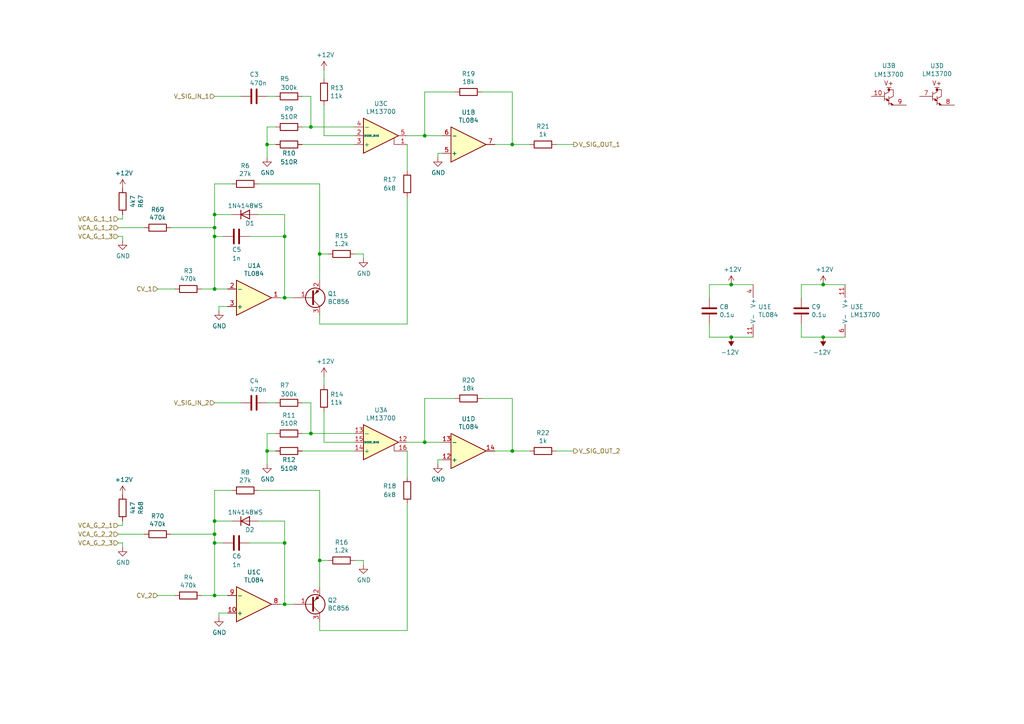
<source format=kicad_sch>
(kicad_sch (version 20211123) (generator eeschema)

  (uuid 9a8ad8bb-d9a9-4b2b-bc88-ea6fd2676d45)

  (paper "A4")

  (lib_symbols
    (symbol "Amplifier_Operational:LM13700" (pin_names (offset 0.127)) (in_bom yes) (on_board yes)
      (property "Reference" "U" (id 0) (at 3.81 5.08 0)
        (effects (font (size 1.27 1.27)))
      )
      (property "Value" "LM13700" (id 1) (at 5.08 -5.08 0)
        (effects (font (size 1.27 1.27)))
      )
      (property "Footprint" "" (id 2) (at -7.62 0.635 0)
        (effects (font (size 1.27 1.27)) hide)
      )
      (property "Datasheet" "http://www.ti.com/lit/ds/symlink/lm13700.pdf" (id 3) (at -7.62 0.635 0)
        (effects (font (size 1.27 1.27)) hide)
      )
      (property "ki_locked" "" (id 4) (at 0 0 0)
        (effects (font (size 1.27 1.27)))
      )
      (property "ki_keywords" "operational transconductance amplifier OTA" (id 5) (at 0 0 0)
        (effects (font (size 1.27 1.27)) hide)
      )
      (property "ki_description" "Dual Operational Transconductance Amplifiers with Linearizing Diodes and Buffers, DIP-16/SOIC-16" (id 6) (at 0 0 0)
        (effects (font (size 1.27 1.27)) hide)
      )
      (property "ki_fp_filters" "SOIC*3.9x9.9mm*P1.27mm* DIP*W7.62mm*" (id 7) (at 0 0 0)
        (effects (font (size 1.27 1.27)) hide)
      )
      (symbol "LM13700_1_1"
        (polyline
          (pts
            (xy 3.81 -0.635)
            (xy 3.81 -2.54)
            (xy 5.08 -2.54)
          )
          (stroke (width 0) (type default) (color 0 0 0 0))
          (fill (type none))
        )
        (polyline
          (pts
            (xy 5.08 0)
            (xy -5.08 -5.08)
            (xy -5.08 5.08)
            (xy 5.08 0)
          )
          (stroke (width 0.254) (type default) (color 0 0 0 0))
          (fill (type background))
        )
        (pin output line (at 7.62 0 180) (length 2.54)
          (name "~" (effects (font (size 1.27 1.27))))
          (number "12" (effects (font (size 1.27 1.27))))
        )
        (pin input line (at -7.62 2.54 0) (length 2.54)
          (name "-" (effects (font (size 1.27 1.27))))
          (number "13" (effects (font (size 1.27 1.27))))
        )
        (pin input line (at -7.62 -2.54 0) (length 2.54)
          (name "+" (effects (font (size 1.27 1.27))))
          (number "14" (effects (font (size 1.27 1.27))))
        )
        (pin input line (at -7.62 0 0) (length 2.54)
          (name "DIODE_BIAS" (effects (font (size 0.508 0.508))))
          (number "15" (effects (font (size 1.27 1.27))))
        )
        (pin input line (at 7.62 -2.54 180) (length 2.54)
          (name "~" (effects (font (size 1.27 1.27))))
          (number "16" (effects (font (size 1.27 1.27))))
        )
      )
      (symbol "LM13700_2_0"
        (polyline
          (pts
            (xy -1.905 2.54)
            (xy -3.175 2.54)
          )
          (stroke (width 0) (type default) (color 0 0 0 0))
          (fill (type none))
        )
      )
      (symbol "LM13700_2_1"
        (circle (center -2.54 1.905) (radius 0.254)
          (stroke (width 0.254) (type default) (color 0 0 0 0))
          (fill (type outline))
        )
        (polyline
          (pts
            (xy -3.81 -0.635)
            (xy -2.54 -1.27)
          )
          (stroke (width 0) (type default) (color 0 0 0 0))
          (fill (type none))
        )
        (polyline
          (pts
            (xy -3.81 1.27)
            (xy -3.81 -1.27)
          )
          (stroke (width 0) (type default) (color 0 0 0 0))
          (fill (type none))
        )
        (polyline
          (pts
            (xy -2.54 -1.905)
            (xy -1.27 -2.54)
          )
          (stroke (width 0) (type default) (color 0 0 0 0))
          (fill (type none))
        )
        (polyline
          (pts
            (xy -2.54 0)
            (xy -2.54 -2.54)
          )
          (stroke (width 0) (type default) (color 0 0 0 0))
          (fill (type none))
        )
        (polyline
          (pts
            (xy -3.81 0.635)
            (xy -2.54 1.27)
            (xy -2.54 1.905)
            (xy -2.54 2.54)
          )
          (stroke (width 0) (type default) (color 0 0 0 0))
          (fill (type none))
        )
        (polyline
          (pts
            (xy -2.54 -1.27)
            (xy -3.175 -0.635)
            (xy -3.175 -1.27)
            (xy -2.54 -1.27)
          )
          (stroke (width 0) (type default) (color 0 0 0 0))
          (fill (type outline))
        )
        (polyline
          (pts
            (xy -2.54 -0.635)
            (xy -1.27 0)
            (xy -1.27 1.905)
            (xy -2.54 1.905)
          )
          (stroke (width 0) (type default) (color 0 0 0 0))
          (fill (type none))
        )
        (polyline
          (pts
            (xy -1.27 -2.54)
            (xy -1.905 -1.905)
            (xy -1.905 -2.54)
            (xy -1.27 -2.54)
          )
          (stroke (width 0) (type default) (color 0 0 0 0))
          (fill (type outline))
        )
        (text "V+" (at -2.54 3.81 0)
          (effects (font (size 1.27 1.27)))
        )
        (pin input line (at -7.62 0 0) (length 3.81)
          (name "~" (effects (font (size 1.27 1.27))))
          (number "10" (effects (font (size 1.27 1.27))))
        )
        (pin output line (at 2.54 -2.54 180) (length 3.81)
          (name "~" (effects (font (size 1.27 1.27))))
          (number "9" (effects (font (size 1.27 1.27))))
        )
      )
      (symbol "LM13700_3_1"
        (polyline
          (pts
            (xy 3.81 -0.635)
            (xy 3.81 -2.54)
            (xy 5.08 -2.54)
          )
          (stroke (width 0) (type default) (color 0 0 0 0))
          (fill (type none))
        )
        (polyline
          (pts
            (xy 5.08 0)
            (xy -5.08 -5.08)
            (xy -5.08 5.08)
            (xy 5.08 0)
          )
          (stroke (width 0.254) (type default) (color 0 0 0 0))
          (fill (type background))
        )
        (pin input line (at 7.62 -2.54 180) (length 2.54)
          (name "~" (effects (font (size 1.27 1.27))))
          (number "1" (effects (font (size 1.27 1.27))))
        )
        (pin input line (at -7.62 0 0) (length 2.54)
          (name "DIODE_BIAS" (effects (font (size 0.508 0.508))))
          (number "2" (effects (font (size 1.27 1.27))))
        )
        (pin input line (at -7.62 -2.54 0) (length 2.54)
          (name "+" (effects (font (size 1.27 1.27))))
          (number "3" (effects (font (size 1.27 1.27))))
        )
        (pin input line (at -7.62 2.54 0) (length 2.54)
          (name "-" (effects (font (size 1.27 1.27))))
          (number "4" (effects (font (size 1.27 1.27))))
        )
        (pin output line (at 7.62 0 180) (length 2.54)
          (name "~" (effects (font (size 1.27 1.27))))
          (number "5" (effects (font (size 1.27 1.27))))
        )
      )
      (symbol "LM13700_4_0"
        (polyline
          (pts
            (xy -3.175 2.54)
            (xy -1.905 2.54)
          )
          (stroke (width 0) (type default) (color 0 0 0 0))
          (fill (type none))
        )
        (text "V+" (at -2.54 3.81 0)
          (effects (font (size 1.27 1.27)))
        )
      )
      (symbol "LM13700_4_1"
        (circle (center -2.54 1.905) (radius 0.254)
          (stroke (width 0.254) (type default) (color 0 0 0 0))
          (fill (type outline))
        )
        (polyline
          (pts
            (xy -3.81 -0.635)
            (xy -2.54 -1.27)
          )
          (stroke (width 0) (type default) (color 0 0 0 0))
          (fill (type none))
        )
        (polyline
          (pts
            (xy -3.81 1.27)
            (xy -3.81 -1.27)
          )
          (stroke (width 0) (type default) (color 0 0 0 0))
          (fill (type none))
        )
        (polyline
          (pts
            (xy -2.54 -1.905)
            (xy -1.27 -2.54)
          )
          (stroke (width 0) (type default) (color 0 0 0 0))
          (fill (type none))
        )
        (polyline
          (pts
            (xy -2.54 0)
            (xy -2.54 -2.54)
          )
          (stroke (width 0) (type default) (color 0 0 0 0))
          (fill (type none))
        )
        (polyline
          (pts
            (xy -3.81 0.635)
            (xy -2.54 1.27)
            (xy -2.54 2.54)
          )
          (stroke (width 0) (type default) (color 0 0 0 0))
          (fill (type none))
        )
        (polyline
          (pts
            (xy -2.54 -1.27)
            (xy -3.175 -0.635)
            (xy -3.175 -1.27)
            (xy -2.54 -1.27)
          )
          (stroke (width 0) (type default) (color 0 0 0 0))
          (fill (type outline))
        )
        (polyline
          (pts
            (xy -2.54 -0.635)
            (xy -1.27 0)
            (xy -1.27 1.905)
            (xy -2.54 1.905)
          )
          (stroke (width 0) (type default) (color 0 0 0 0))
          (fill (type none))
        )
        (polyline
          (pts
            (xy -1.27 -2.54)
            (xy -1.905 -1.905)
            (xy -1.905 -2.54)
            (xy -1.27 -2.54)
          )
          (stroke (width 0) (type default) (color 0 0 0 0))
          (fill (type outline))
        )
        (pin input line (at -7.62 0 0) (length 3.81)
          (name "~" (effects (font (size 1.27 1.27))))
          (number "7" (effects (font (size 1.27 1.27))))
        )
        (pin output line (at 2.54 -2.54 180) (length 3.81)
          (name "~" (effects (font (size 1.27 1.27))))
          (number "8" (effects (font (size 1.27 1.27))))
        )
      )
      (symbol "LM13700_5_1"
        (pin power_in line (at -2.54 7.62 270) (length 3.81)
          (name "V+" (effects (font (size 1.27 1.27))))
          (number "11" (effects (font (size 1.27 1.27))))
        )
        (pin power_in line (at -2.54 -7.62 90) (length 3.81)
          (name "V-" (effects (font (size 1.27 1.27))))
          (number "6" (effects (font (size 1.27 1.27))))
        )
      )
    )
    (symbol "Amplifier_Operational:TL084" (pin_names (offset 0.127)) (in_bom yes) (on_board yes)
      (property "Reference" "U" (id 0) (at 0 5.08 0)
        (effects (font (size 1.27 1.27)) (justify left))
      )
      (property "Value" "TL084" (id 1) (at 0 -5.08 0)
        (effects (font (size 1.27 1.27)) (justify left))
      )
      (property "Footprint" "" (id 2) (at -1.27 2.54 0)
        (effects (font (size 1.27 1.27)) hide)
      )
      (property "Datasheet" "http://www.ti.com/lit/ds/symlink/tl081.pdf" (id 3) (at 1.27 5.08 0)
        (effects (font (size 1.27 1.27)) hide)
      )
      (property "ki_locked" "" (id 4) (at 0 0 0)
        (effects (font (size 1.27 1.27)))
      )
      (property "ki_keywords" "quad opamp" (id 5) (at 0 0 0)
        (effects (font (size 1.27 1.27)) hide)
      )
      (property "ki_description" "Quad JFET-Input Operational Amplifiers, DIP-14/SOIC-14/SSOP-14" (id 6) (at 0 0 0)
        (effects (font (size 1.27 1.27)) hide)
      )
      (property "ki_fp_filters" "SOIC*3.9x8.7mm*P1.27mm* DIP*W7.62mm* TSSOP*4.4x5mm*P0.65mm* SSOP*5.3x6.2mm*P0.65mm* MSOP*3x3mm*P0.5mm*" (id 7) (at 0 0 0)
        (effects (font (size 1.27 1.27)) hide)
      )
      (symbol "TL084_1_1"
        (polyline
          (pts
            (xy -5.08 5.08)
            (xy 5.08 0)
            (xy -5.08 -5.08)
            (xy -5.08 5.08)
          )
          (stroke (width 0.254) (type default) (color 0 0 0 0))
          (fill (type background))
        )
        (pin output line (at 7.62 0 180) (length 2.54)
          (name "~" (effects (font (size 1.27 1.27))))
          (number "1" (effects (font (size 1.27 1.27))))
        )
        (pin input line (at -7.62 -2.54 0) (length 2.54)
          (name "-" (effects (font (size 1.27 1.27))))
          (number "2" (effects (font (size 1.27 1.27))))
        )
        (pin input line (at -7.62 2.54 0) (length 2.54)
          (name "+" (effects (font (size 1.27 1.27))))
          (number "3" (effects (font (size 1.27 1.27))))
        )
      )
      (symbol "TL084_2_1"
        (polyline
          (pts
            (xy -5.08 5.08)
            (xy 5.08 0)
            (xy -5.08 -5.08)
            (xy -5.08 5.08)
          )
          (stroke (width 0.254) (type default) (color 0 0 0 0))
          (fill (type background))
        )
        (pin input line (at -7.62 2.54 0) (length 2.54)
          (name "+" (effects (font (size 1.27 1.27))))
          (number "5" (effects (font (size 1.27 1.27))))
        )
        (pin input line (at -7.62 -2.54 0) (length 2.54)
          (name "-" (effects (font (size 1.27 1.27))))
          (number "6" (effects (font (size 1.27 1.27))))
        )
        (pin output line (at 7.62 0 180) (length 2.54)
          (name "~" (effects (font (size 1.27 1.27))))
          (number "7" (effects (font (size 1.27 1.27))))
        )
      )
      (symbol "TL084_3_1"
        (polyline
          (pts
            (xy -5.08 5.08)
            (xy 5.08 0)
            (xy -5.08 -5.08)
            (xy -5.08 5.08)
          )
          (stroke (width 0.254) (type default) (color 0 0 0 0))
          (fill (type background))
        )
        (pin input line (at -7.62 2.54 0) (length 2.54)
          (name "+" (effects (font (size 1.27 1.27))))
          (number "10" (effects (font (size 1.27 1.27))))
        )
        (pin output line (at 7.62 0 180) (length 2.54)
          (name "~" (effects (font (size 1.27 1.27))))
          (number "8" (effects (font (size 1.27 1.27))))
        )
        (pin input line (at -7.62 -2.54 0) (length 2.54)
          (name "-" (effects (font (size 1.27 1.27))))
          (number "9" (effects (font (size 1.27 1.27))))
        )
      )
      (symbol "TL084_4_1"
        (polyline
          (pts
            (xy -5.08 5.08)
            (xy 5.08 0)
            (xy -5.08 -5.08)
            (xy -5.08 5.08)
          )
          (stroke (width 0.254) (type default) (color 0 0 0 0))
          (fill (type background))
        )
        (pin input line (at -7.62 2.54 0) (length 2.54)
          (name "+" (effects (font (size 1.27 1.27))))
          (number "12" (effects (font (size 1.27 1.27))))
        )
        (pin input line (at -7.62 -2.54 0) (length 2.54)
          (name "-" (effects (font (size 1.27 1.27))))
          (number "13" (effects (font (size 1.27 1.27))))
        )
        (pin output line (at 7.62 0 180) (length 2.54)
          (name "~" (effects (font (size 1.27 1.27))))
          (number "14" (effects (font (size 1.27 1.27))))
        )
      )
      (symbol "TL084_5_1"
        (pin power_in line (at -2.54 -7.62 90) (length 3.81)
          (name "V-" (effects (font (size 1.27 1.27))))
          (number "11" (effects (font (size 1.27 1.27))))
        )
        (pin power_in line (at -2.54 7.62 270) (length 3.81)
          (name "V+" (effects (font (size 1.27 1.27))))
          (number "4" (effects (font (size 1.27 1.27))))
        )
      )
    )
    (symbol "Device:C" (pin_numbers hide) (pin_names (offset 0.254)) (in_bom yes) (on_board yes)
      (property "Reference" "C" (id 0) (at 0.635 2.54 0)
        (effects (font (size 1.27 1.27)) (justify left))
      )
      (property "Value" "C" (id 1) (at 0.635 -2.54 0)
        (effects (font (size 1.27 1.27)) (justify left))
      )
      (property "Footprint" "" (id 2) (at 0.9652 -3.81 0)
        (effects (font (size 1.27 1.27)) hide)
      )
      (property "Datasheet" "~" (id 3) (at 0 0 0)
        (effects (font (size 1.27 1.27)) hide)
      )
      (property "ki_keywords" "cap capacitor" (id 4) (at 0 0 0)
        (effects (font (size 1.27 1.27)) hide)
      )
      (property "ki_description" "Unpolarized capacitor" (id 5) (at 0 0 0)
        (effects (font (size 1.27 1.27)) hide)
      )
      (property "ki_fp_filters" "C_*" (id 6) (at 0 0 0)
        (effects (font (size 1.27 1.27)) hide)
      )
      (symbol "C_0_1"
        (polyline
          (pts
            (xy -2.032 -0.762)
            (xy 2.032 -0.762)
          )
          (stroke (width 0.508) (type default) (color 0 0 0 0))
          (fill (type none))
        )
        (polyline
          (pts
            (xy -2.032 0.762)
            (xy 2.032 0.762)
          )
          (stroke (width 0.508) (type default) (color 0 0 0 0))
          (fill (type none))
        )
      )
      (symbol "C_1_1"
        (pin passive line (at 0 3.81 270) (length 2.794)
          (name "~" (effects (font (size 1.27 1.27))))
          (number "1" (effects (font (size 1.27 1.27))))
        )
        (pin passive line (at 0 -3.81 90) (length 2.794)
          (name "~" (effects (font (size 1.27 1.27))))
          (number "2" (effects (font (size 1.27 1.27))))
        )
      )
    )
    (symbol "Device:R" (pin_numbers hide) (pin_names (offset 0)) (in_bom yes) (on_board yes)
      (property "Reference" "R" (id 0) (at 2.032 0 90)
        (effects (font (size 1.27 1.27)))
      )
      (property "Value" "R" (id 1) (at 0 0 90)
        (effects (font (size 1.27 1.27)))
      )
      (property "Footprint" "" (id 2) (at -1.778 0 90)
        (effects (font (size 1.27 1.27)) hide)
      )
      (property "Datasheet" "~" (id 3) (at 0 0 0)
        (effects (font (size 1.27 1.27)) hide)
      )
      (property "ki_keywords" "R res resistor" (id 4) (at 0 0 0)
        (effects (font (size 1.27 1.27)) hide)
      )
      (property "ki_description" "Resistor" (id 5) (at 0 0 0)
        (effects (font (size 1.27 1.27)) hide)
      )
      (property "ki_fp_filters" "R_*" (id 6) (at 0 0 0)
        (effects (font (size 1.27 1.27)) hide)
      )
      (symbol "R_0_1"
        (rectangle (start -1.016 -2.54) (end 1.016 2.54)
          (stroke (width 0.254) (type default) (color 0 0 0 0))
          (fill (type none))
        )
      )
      (symbol "R_1_1"
        (pin passive line (at 0 3.81 270) (length 1.27)
          (name "~" (effects (font (size 1.27 1.27))))
          (number "1" (effects (font (size 1.27 1.27))))
        )
        (pin passive line (at 0 -3.81 90) (length 1.27)
          (name "~" (effects (font (size 1.27 1.27))))
          (number "2" (effects (font (size 1.27 1.27))))
        )
      )
    )
    (symbol "Diode:1N4148WS" (pin_numbers hide) (pin_names (offset 1.016) hide) (in_bom yes) (on_board yes)
      (property "Reference" "D" (id 0) (at 0 2.54 0)
        (effects (font (size 1.27 1.27)))
      )
      (property "Value" "1N4148WS" (id 1) (at 0 -2.54 0)
        (effects (font (size 1.27 1.27)))
      )
      (property "Footprint" "Diode_SMD:D_SOD-323" (id 2) (at 0 -4.445 0)
        (effects (font (size 1.27 1.27)) hide)
      )
      (property "Datasheet" "https://www.vishay.com/docs/85751/1n4148ws.pdf" (id 3) (at 0 0 0)
        (effects (font (size 1.27 1.27)) hide)
      )
      (property "ki_keywords" "diode" (id 4) (at 0 0 0)
        (effects (font (size 1.27 1.27)) hide)
      )
      (property "ki_description" "75V 0.15A Fast switching Diode, SOD-323" (id 5) (at 0 0 0)
        (effects (font (size 1.27 1.27)) hide)
      )
      (property "ki_fp_filters" "D*SOD?323*" (id 6) (at 0 0 0)
        (effects (font (size 1.27 1.27)) hide)
      )
      (symbol "1N4148WS_0_1"
        (polyline
          (pts
            (xy -1.27 1.27)
            (xy -1.27 -1.27)
          )
          (stroke (width 0.254) (type default) (color 0 0 0 0))
          (fill (type none))
        )
        (polyline
          (pts
            (xy 1.27 0)
            (xy -1.27 0)
          )
          (stroke (width 0) (type default) (color 0 0 0 0))
          (fill (type none))
        )
        (polyline
          (pts
            (xy 1.27 1.27)
            (xy 1.27 -1.27)
            (xy -1.27 0)
            (xy 1.27 1.27)
          )
          (stroke (width 0.254) (type default) (color 0 0 0 0))
          (fill (type none))
        )
      )
      (symbol "1N4148WS_1_1"
        (pin passive line (at -3.81 0 0) (length 2.54)
          (name "K" (effects (font (size 1.27 1.27))))
          (number "1" (effects (font (size 1.27 1.27))))
        )
        (pin passive line (at 3.81 0 180) (length 2.54)
          (name "A" (effects (font (size 1.27 1.27))))
          (number "2" (effects (font (size 1.27 1.27))))
        )
      )
    )
    (symbol "Transistor_BJT:BC856" (pin_names (offset 0) hide) (in_bom yes) (on_board yes)
      (property "Reference" "Q" (id 0) (at 5.08 1.905 0)
        (effects (font (size 1.27 1.27)) (justify left))
      )
      (property "Value" "BC856" (id 1) (at 5.08 0 0)
        (effects (font (size 1.27 1.27)) (justify left))
      )
      (property "Footprint" "Package_TO_SOT_SMD:SOT-23" (id 2) (at 5.08 -1.905 0)
        (effects (font (size 1.27 1.27) italic) (justify left) hide)
      )
      (property "Datasheet" "https://www.onsemi.com/pub/Collateral/BC860-D.pdf" (id 3) (at 0 0 0)
        (effects (font (size 1.27 1.27)) (justify left) hide)
      )
      (property "ki_keywords" "PNP transistor" (id 4) (at 0 0 0)
        (effects (font (size 1.27 1.27)) hide)
      )
      (property "ki_description" "0.1A Ic, 65V Vce, PNP Transistor, SOT-23" (id 5) (at 0 0 0)
        (effects (font (size 1.27 1.27)) hide)
      )
      (property "ki_fp_filters" "SOT?23*" (id 6) (at 0 0 0)
        (effects (font (size 1.27 1.27)) hide)
      )
      (symbol "BC856_0_1"
        (polyline
          (pts
            (xy 0.635 0.635)
            (xy 2.54 2.54)
          )
          (stroke (width 0) (type default) (color 0 0 0 0))
          (fill (type none))
        )
        (polyline
          (pts
            (xy 0.635 -0.635)
            (xy 2.54 -2.54)
            (xy 2.54 -2.54)
          )
          (stroke (width 0) (type default) (color 0 0 0 0))
          (fill (type none))
        )
        (polyline
          (pts
            (xy 0.635 1.905)
            (xy 0.635 -1.905)
            (xy 0.635 -1.905)
          )
          (stroke (width 0.508) (type default) (color 0 0 0 0))
          (fill (type none))
        )
        (polyline
          (pts
            (xy 2.286 -1.778)
            (xy 1.778 -2.286)
            (xy 1.27 -1.27)
            (xy 2.286 -1.778)
            (xy 2.286 -1.778)
          )
          (stroke (width 0) (type default) (color 0 0 0 0))
          (fill (type outline))
        )
        (circle (center 1.27 0) (radius 2.8194)
          (stroke (width 0.254) (type default) (color 0 0 0 0))
          (fill (type none))
        )
      )
      (symbol "BC856_1_1"
        (pin input line (at -5.08 0 0) (length 5.715)
          (name "B" (effects (font (size 1.27 1.27))))
          (number "1" (effects (font (size 1.27 1.27))))
        )
        (pin passive line (at 2.54 -5.08 90) (length 2.54)
          (name "E" (effects (font (size 1.27 1.27))))
          (number "2" (effects (font (size 1.27 1.27))))
        )
        (pin passive line (at 2.54 5.08 270) (length 2.54)
          (name "C" (effects (font (size 1.27 1.27))))
          (number "3" (effects (font (size 1.27 1.27))))
        )
      )
    )
    (symbol "power:+12V" (power) (pin_names (offset 0)) (in_bom yes) (on_board yes)
      (property "Reference" "#PWR" (id 0) (at 0 -3.81 0)
        (effects (font (size 1.27 1.27)) hide)
      )
      (property "Value" "+12V" (id 1) (at 0 3.556 0)
        (effects (font (size 1.27 1.27)))
      )
      (property "Footprint" "" (id 2) (at 0 0 0)
        (effects (font (size 1.27 1.27)) hide)
      )
      (property "Datasheet" "" (id 3) (at 0 0 0)
        (effects (font (size 1.27 1.27)) hide)
      )
      (property "ki_keywords" "power-flag" (id 4) (at 0 0 0)
        (effects (font (size 1.27 1.27)) hide)
      )
      (property "ki_description" "Power symbol creates a global label with name \"+12V\"" (id 5) (at 0 0 0)
        (effects (font (size 1.27 1.27)) hide)
      )
      (symbol "+12V_0_1"
        (polyline
          (pts
            (xy -0.762 1.27)
            (xy 0 2.54)
          )
          (stroke (width 0) (type default) (color 0 0 0 0))
          (fill (type none))
        )
        (polyline
          (pts
            (xy 0 0)
            (xy 0 2.54)
          )
          (stroke (width 0) (type default) (color 0 0 0 0))
          (fill (type none))
        )
        (polyline
          (pts
            (xy 0 2.54)
            (xy 0.762 1.27)
          )
          (stroke (width 0) (type default) (color 0 0 0 0))
          (fill (type none))
        )
      )
      (symbol "+12V_1_1"
        (pin power_in line (at 0 0 90) (length 0) hide
          (name "+12V" (effects (font (size 1.27 1.27))))
          (number "1" (effects (font (size 1.27 1.27))))
        )
      )
    )
    (symbol "power:-12V" (power) (pin_names (offset 0)) (in_bom yes) (on_board yes)
      (property "Reference" "#PWR" (id 0) (at 0 2.54 0)
        (effects (font (size 1.27 1.27)) hide)
      )
      (property "Value" "-12V" (id 1) (at 0 3.81 0)
        (effects (font (size 1.27 1.27)))
      )
      (property "Footprint" "" (id 2) (at 0 0 0)
        (effects (font (size 1.27 1.27)) hide)
      )
      (property "Datasheet" "" (id 3) (at 0 0 0)
        (effects (font (size 1.27 1.27)) hide)
      )
      (property "ki_keywords" "power-flag" (id 4) (at 0 0 0)
        (effects (font (size 1.27 1.27)) hide)
      )
      (property "ki_description" "Power symbol creates a global label with name \"-12V\"" (id 5) (at 0 0 0)
        (effects (font (size 1.27 1.27)) hide)
      )
      (symbol "-12V_0_0"
        (pin power_in line (at 0 0 90) (length 0) hide
          (name "-12V" (effects (font (size 1.27 1.27))))
          (number "1" (effects (font (size 1.27 1.27))))
        )
      )
      (symbol "-12V_0_1"
        (polyline
          (pts
            (xy 0 0)
            (xy 0 1.27)
            (xy 0.762 1.27)
            (xy 0 2.54)
            (xy -0.762 1.27)
            (xy 0 1.27)
          )
          (stroke (width 0) (type default) (color 0 0 0 0))
          (fill (type outline))
        )
      )
    )
    (symbol "power:GND" (power) (pin_names (offset 0)) (in_bom yes) (on_board yes)
      (property "Reference" "#PWR" (id 0) (at 0 -6.35 0)
        (effects (font (size 1.27 1.27)) hide)
      )
      (property "Value" "GND" (id 1) (at 0 -3.81 0)
        (effects (font (size 1.27 1.27)))
      )
      (property "Footprint" "" (id 2) (at 0 0 0)
        (effects (font (size 1.27 1.27)) hide)
      )
      (property "Datasheet" "" (id 3) (at 0 0 0)
        (effects (font (size 1.27 1.27)) hide)
      )
      (property "ki_keywords" "power-flag" (id 4) (at 0 0 0)
        (effects (font (size 1.27 1.27)) hide)
      )
      (property "ki_description" "Power symbol creates a global label with name \"GND\" , ground" (id 5) (at 0 0 0)
        (effects (font (size 1.27 1.27)) hide)
      )
      (symbol "GND_0_1"
        (polyline
          (pts
            (xy 0 0)
            (xy 0 -1.27)
            (xy 1.27 -1.27)
            (xy 0 -2.54)
            (xy -1.27 -1.27)
            (xy 0 -1.27)
          )
          (stroke (width 0) (type default) (color 0 0 0 0))
          (fill (type none))
        )
      )
      (symbol "GND_1_1"
        (pin power_in line (at 0 0 270) (length 0) hide
          (name "GND" (effects (font (size 1.27 1.27))))
          (number "1" (effects (font (size 1.27 1.27))))
        )
      )
    )
  )

  (junction (at 62.23 83.82) (diameter 0) (color 0 0 0 0)
    (uuid 06665bf8-cef1-4e75-8d5b-1537b3c1b090)
  )
  (junction (at 92.71 73.66) (diameter 0) (color 0 0 0 0)
    (uuid 0f0f7bb5-ade7-4a81-82b4-43be6a8ad05c)
  )
  (junction (at 62.23 68.58) (diameter 0) (color 0 0 0 0)
    (uuid 0fb27e11-fde6-4a25-adbb-e9684771b369)
  )
  (junction (at 77.47 130.81) (diameter 0) (color 0 0 0 0)
    (uuid 2cd3975a-2259-4fa9-8133-e1586b9b9618)
  )
  (junction (at 82.55 68.58) (diameter 0) (color 0 0 0 0)
    (uuid 2ee28fa9-d785-45a1-9a1b-1be02ad8cd0b)
  )
  (junction (at 212.09 97.79) (diameter 0) (color 0 0 0 0)
    (uuid 3f96e159-1f3b-4ee7-a46e-e60d78f2137a)
  )
  (junction (at 148.59 130.81) (diameter 0) (color 0 0 0 0)
    (uuid 3fa05934-8ad1-40a9-af5c-98ad298eb412)
  )
  (junction (at 62.23 62.23) (diameter 0) (color 0 0 0 0)
    (uuid 49fec31e-3712-4229-8142-b191d90a97d0)
  )
  (junction (at 62.23 157.48) (diameter 0) (color 0 0 0 0)
    (uuid 4fb2577d-2e1c-480c-9060-124510b35053)
  )
  (junction (at 62.23 151.13) (diameter 0) (color 0 0 0 0)
    (uuid 6133fb54-5524-482e-9ae2-adbf29aced9e)
  )
  (junction (at 238.76 97.79) (diameter 0) (color 0 0 0 0)
    (uuid 631c7be5-8dc2-4df4-ab73-737bb928e763)
  )
  (junction (at 212.09 82.55) (diameter 0) (color 0 0 0 0)
    (uuid 662bafcb-dcfb-4471-a8a9-f5c777fdf249)
  )
  (junction (at 82.55 157.48) (diameter 0) (color 0 0 0 0)
    (uuid 6d7ff8c0-8a2a-4636-844f-c7210ff3e6f2)
  )
  (junction (at 123.19 39.37) (diameter 0) (color 0 0 0 0)
    (uuid 706c1cb9-5d96-4282-9efc-6147f0125147)
  )
  (junction (at 62.23 172.72) (diameter 0) (color 0 0 0 0)
    (uuid 722636b6-8ff0-452f-9357-23deb317d921)
  )
  (junction (at 148.59 41.91) (diameter 0) (color 0 0 0 0)
    (uuid 755f94aa-38f0-4a64-a7c7-6c71cb18cddf)
  )
  (junction (at 92.71 162.56) (diameter 0) (color 0 0 0 0)
    (uuid 765684c2-53b3-4ef7-bd1b-7a4a73d87b76)
  )
  (junction (at 62.23 66.04) (diameter 0) (color 0 0 0 0)
    (uuid 90fd611c-300b-48cf-a7c4-0d604953cd00)
  )
  (junction (at 238.76 82.55) (diameter 0) (color 0 0 0 0)
    (uuid aadc3df5-0e2d-4f3d-b72e-6f184da74c89)
  )
  (junction (at 62.23 154.94) (diameter 0) (color 0 0 0 0)
    (uuid adcbf4d0-ed9c-4c7d-b78f-3bcbe974bdcb)
  )
  (junction (at 90.17 125.73) (diameter 0) (color 0 0 0 0)
    (uuid af6ac8e6-193c-4bd2-ac0b-7f515b538a8b)
  )
  (junction (at 90.17 36.83) (diameter 0) (color 0 0 0 0)
    (uuid b547dd70-2ea7-4cfd-a1ee-911561975d81)
  )
  (junction (at 82.55 175.26) (diameter 0) (color 0 0 0 0)
    (uuid b7ac5cea-ed28-4028-87d0-45e58c709cf1)
  )
  (junction (at 82.55 86.36) (diameter 0) (color 0 0 0 0)
    (uuid b9d4de74-d246-495d-8b63-12ab2133d6d6)
  )
  (junction (at 123.19 128.27) (diameter 0) (color 0 0 0 0)
    (uuid e8274862-c966-456a-98d5-9c42f72963c1)
  )
  (junction (at 77.47 41.91) (diameter 0) (color 0 0 0 0)
    (uuid fb1a635e-b207-4b36-b0fb-e877e480e86a)
  )

  (wire (pts (xy 62.23 62.23) (xy 62.23 66.04))
    (stroke (width 0) (type default) (color 0 0 0 0))
    (uuid 022502e0-e724-4b75-bc35-3c5984dbeb76)
  )
  (wire (pts (xy 62.23 68.58) (xy 62.23 83.82))
    (stroke (width 0) (type default) (color 0 0 0 0))
    (uuid 08ec951f-e7eb-41cf-9589-697107a98e88)
  )
  (wire (pts (xy 80.01 41.91) (xy 77.47 41.91))
    (stroke (width 0) (type default) (color 0 0 0 0))
    (uuid 0a8dfc5c-35dc-4e44-a2bf-5968ebf90cca)
  )
  (wire (pts (xy 212.09 82.55) (xy 218.44 82.55))
    (stroke (width 0) (type default) (color 0 0 0 0))
    (uuid 0e0f9829-27a5-43b2-a0ae-121d3ce72ef4)
  )
  (wire (pts (xy 82.55 68.58) (xy 82.55 86.36))
    (stroke (width 0) (type default) (color 0 0 0 0))
    (uuid 0e32af77-726b-4e11-9f99-2e2484ba9e9b)
  )
  (wire (pts (xy 118.11 57.15) (xy 118.11 93.98))
    (stroke (width 0) (type default) (color 0 0 0 0))
    (uuid 152cd84e-bbed-4df5-a866-d1ab977b0966)
  )
  (wire (pts (xy 67.31 53.34) (xy 62.23 53.34))
    (stroke (width 0) (type default) (color 0 0 0 0))
    (uuid 162e5bdd-61a8-46a3-8485-826b5d58e1a1)
  )
  (wire (pts (xy 132.08 115.57) (xy 123.19 115.57))
    (stroke (width 0) (type default) (color 0 0 0 0))
    (uuid 1732b93f-cd0e-4ca4-a905-bb406354ca33)
  )
  (wire (pts (xy 127 44.45) (xy 128.27 44.45))
    (stroke (width 0) (type default) (color 0 0 0 0))
    (uuid 1855ca44-ab48-4b76-a210-97fc81d916c4)
  )
  (wire (pts (xy 63.5 177.8) (xy 66.04 177.8))
    (stroke (width 0) (type default) (color 0 0 0 0))
    (uuid 18d3014d-7089-41b5-ab03-53cc0a265580)
  )
  (wire (pts (xy 63.5 90.17) (xy 63.5 88.9))
    (stroke (width 0) (type default) (color 0 0 0 0))
    (uuid 1a22eb2d-f625-4371-a918-ff1b97dc8219)
  )
  (wire (pts (xy 77.47 27.94) (xy 80.01 27.94))
    (stroke (width 0) (type default) (color 0 0 0 0))
    (uuid 1bd80cf9-f42a-4aee-a408-9dbf4e81e625)
  )
  (wire (pts (xy 92.71 180.34) (xy 92.71 182.88))
    (stroke (width 0) (type default) (color 0 0 0 0))
    (uuid 1cb64bfe-d819-47e3-be11-515b04f2c451)
  )
  (wire (pts (xy 139.7 115.57) (xy 148.59 115.57))
    (stroke (width 0) (type default) (color 0 0 0 0))
    (uuid 1d0d5161-c82f-4c77-a9ca-15d017db65d3)
  )
  (wire (pts (xy 92.71 73.66) (xy 92.71 81.28))
    (stroke (width 0) (type default) (color 0 0 0 0))
    (uuid 1de61170-5337-44c5-ba28-bd477db4bff1)
  )
  (wire (pts (xy 35.56 68.58) (xy 34.29 68.58))
    (stroke (width 0) (type default) (color 0 0 0 0))
    (uuid 2026567f-be64-41dd-8011-b0897ba0ff2e)
  )
  (wire (pts (xy 127 134.62) (xy 127 133.35))
    (stroke (width 0) (type default) (color 0 0 0 0))
    (uuid 2028d85e-9e27-4758-8c0b-559fad072813)
  )
  (wire (pts (xy 105.41 73.66) (xy 102.87 73.66))
    (stroke (width 0) (type default) (color 0 0 0 0))
    (uuid 2102c637-9f11-48f1-aae6-b4139dc22be2)
  )
  (wire (pts (xy 90.17 36.83) (xy 102.87 36.83))
    (stroke (width 0) (type default) (color 0 0 0 0))
    (uuid 21573090-1953-4b11-9042-108ae79fe9c5)
  )
  (wire (pts (xy 92.71 162.56) (xy 95.25 162.56))
    (stroke (width 0) (type default) (color 0 0 0 0))
    (uuid 22c28634-55a5-4f76-9217-6b70ddd108b8)
  )
  (wire (pts (xy 72.39 157.48) (xy 82.55 157.48))
    (stroke (width 0) (type default) (color 0 0 0 0))
    (uuid 232ccf4f-3322-4e62-990b-290e6ff36fcd)
  )
  (wire (pts (xy 93.98 30.48) (xy 93.98 39.37))
    (stroke (width 0) (type default) (color 0 0 0 0))
    (uuid 29126f72-63f7-4275-8b12-6b96a71c6f17)
  )
  (wire (pts (xy 82.55 151.13) (xy 82.55 157.48))
    (stroke (width 0) (type default) (color 0 0 0 0))
    (uuid 2ba25c40-ea42-478e-9150-1d94fa1c8ae9)
  )
  (wire (pts (xy 67.31 62.23) (xy 62.23 62.23))
    (stroke (width 0) (type default) (color 0 0 0 0))
    (uuid 2eea20e6-112c-411a-b615-885ae773135a)
  )
  (wire (pts (xy 148.59 130.81) (xy 143.51 130.81))
    (stroke (width 0) (type default) (color 0 0 0 0))
    (uuid 2f0570b6-86da-47a8-9e56-ce60c431c534)
  )
  (wire (pts (xy 74.93 53.34) (xy 92.71 53.34))
    (stroke (width 0) (type default) (color 0 0 0 0))
    (uuid 2f3fba7a-cf45-4bd8-9035-07e6fa0b4732)
  )
  (wire (pts (xy 62.23 53.34) (xy 62.23 62.23))
    (stroke (width 0) (type default) (color 0 0 0 0))
    (uuid 319c683d-aed6-4e7d-aee2-ff9871746d52)
  )
  (wire (pts (xy 118.11 49.53) (xy 118.11 41.91))
    (stroke (width 0) (type default) (color 0 0 0 0))
    (uuid 3457afc5-3e4f-4220-81d1-b079f653a722)
  )
  (wire (pts (xy 232.41 82.55) (xy 238.76 82.55))
    (stroke (width 0) (type default) (color 0 0 0 0))
    (uuid 355ced6c-c08a-4586-9a09-7a9c624536f6)
  )
  (wire (pts (xy 205.74 93.98) (xy 205.74 97.79))
    (stroke (width 0) (type default) (color 0 0 0 0))
    (uuid 3579cf2f-29b0-46b6-a07d-483fb5586322)
  )
  (wire (pts (xy 62.23 116.84) (xy 69.85 116.84))
    (stroke (width 0) (type default) (color 0 0 0 0))
    (uuid 363189af-2faa-46a4-b025-5a779d801f2e)
  )
  (wire (pts (xy 205.74 82.55) (xy 205.74 86.36))
    (stroke (width 0) (type default) (color 0 0 0 0))
    (uuid 3934b2e9-06c8-499c-a6df-4d7b35cfb894)
  )
  (wire (pts (xy 92.71 73.66) (xy 95.25 73.66))
    (stroke (width 0) (type default) (color 0 0 0 0))
    (uuid 3a1a39fc-8030-4c93-9d9c-d79ba6824099)
  )
  (wire (pts (xy 148.59 26.67) (xy 148.59 41.91))
    (stroke (width 0) (type default) (color 0 0 0 0))
    (uuid 3b65c51e-c243-447e-bee9-832d94c1630e)
  )
  (wire (pts (xy 90.17 125.73) (xy 102.87 125.73))
    (stroke (width 0) (type default) (color 0 0 0 0))
    (uuid 3b6dda98-f455-4961-854e-3c4cceecffcc)
  )
  (wire (pts (xy 62.23 157.48) (xy 62.23 172.72))
    (stroke (width 0) (type default) (color 0 0 0 0))
    (uuid 3b9c5ffd-e59b-402d-8c5e-052f7ca643a4)
  )
  (wire (pts (xy 35.56 152.4) (xy 35.56 151.13))
    (stroke (width 0) (type default) (color 0 0 0 0))
    (uuid 3f1ab70d-3263-42b5-9c61-0360188ff2b7)
  )
  (wire (pts (xy 139.7 26.67) (xy 148.59 26.67))
    (stroke (width 0) (type default) (color 0 0 0 0))
    (uuid 402c62e6-8d8e-473a-a0cf-2b86e4908cd7)
  )
  (wire (pts (xy 45.72 172.72) (xy 50.8 172.72))
    (stroke (width 0) (type default) (color 0 0 0 0))
    (uuid 406d491e-5b01-46dc-a768-fd0992cdb346)
  )
  (wire (pts (xy 64.77 68.58) (xy 62.23 68.58))
    (stroke (width 0) (type default) (color 0 0 0 0))
    (uuid 41c18011-40db-4384-9ba4-c0158d0d9d6a)
  )
  (wire (pts (xy 82.55 157.48) (xy 82.55 175.26))
    (stroke (width 0) (type default) (color 0 0 0 0))
    (uuid 42b61d5b-39d6-462b-b2cc-57656078085f)
  )
  (wire (pts (xy 123.19 128.27) (xy 128.27 128.27))
    (stroke (width 0) (type default) (color 0 0 0 0))
    (uuid 44b926bf-8bdd-4191-846d-2dfabab2cecb)
  )
  (wire (pts (xy 161.29 41.91) (xy 166.37 41.91))
    (stroke (width 0) (type default) (color 0 0 0 0))
    (uuid 4970ec6e-3725-4619-b57d-dc2c2cb86ed0)
  )
  (wire (pts (xy 35.56 63.5) (xy 35.56 62.23))
    (stroke (width 0) (type default) (color 0 0 0 0))
    (uuid 49d97c73-e37a-4154-9d0a-88037e40cc11)
  )
  (wire (pts (xy 62.23 154.94) (xy 62.23 157.48))
    (stroke (width 0) (type default) (color 0 0 0 0))
    (uuid 4b471778-f61d-4b9d-a507-3d4f82ec4b7c)
  )
  (wire (pts (xy 92.71 162.56) (xy 92.71 170.18))
    (stroke (width 0) (type default) (color 0 0 0 0))
    (uuid 4d2fd49e-2cb2-44d4-8935-68488970d97b)
  )
  (wire (pts (xy 62.23 66.04) (xy 62.23 68.58))
    (stroke (width 0) (type default) (color 0 0 0 0))
    (uuid 4d967454-338c-4b89-8534-9457e15bf2f2)
  )
  (wire (pts (xy 77.47 125.73) (xy 77.47 130.81))
    (stroke (width 0) (type default) (color 0 0 0 0))
    (uuid 53719fc4-141e-4c58-98cd-ab3bf9a4e1c0)
  )
  (wire (pts (xy 123.19 128.27) (xy 118.11 128.27))
    (stroke (width 0) (type default) (color 0 0 0 0))
    (uuid 58126faf-01a4-4f91-8e8c-ca9e47b48048)
  )
  (wire (pts (xy 62.23 151.13) (xy 62.23 154.94))
    (stroke (width 0) (type default) (color 0 0 0 0))
    (uuid 5a33f5a4-a470-4c04-9e2d-532b5f01a5d6)
  )
  (wire (pts (xy 77.47 36.83) (xy 80.01 36.83))
    (stroke (width 0) (type default) (color 0 0 0 0))
    (uuid 5a397f61-35c4-4c18-9dcd-73a2d44cc9af)
  )
  (wire (pts (xy 123.19 39.37) (xy 128.27 39.37))
    (stroke (width 0) (type default) (color 0 0 0 0))
    (uuid 5bab6a37-1fdf-4cf8-b571-44c962ed86e9)
  )
  (wire (pts (xy 77.47 36.83) (xy 77.47 41.91))
    (stroke (width 0) (type default) (color 0 0 0 0))
    (uuid 5cff09b0-b3d4-41a7-a6a4-7f917b40eda9)
  )
  (wire (pts (xy 161.29 130.81) (xy 166.37 130.81))
    (stroke (width 0) (type default) (color 0 0 0 0))
    (uuid 5eb16f0d-ef1e-4549-97a1-19cd06ad7236)
  )
  (wire (pts (xy 41.91 66.04) (xy 34.29 66.04))
    (stroke (width 0) (type default) (color 0 0 0 0))
    (uuid 5eedf685-0df3-4da8-aded-0e6ed1cb2507)
  )
  (wire (pts (xy 127 45.72) (xy 127 44.45))
    (stroke (width 0) (type default) (color 0 0 0 0))
    (uuid 5f48b0f2-82cf-40ce-afac-440f97643c36)
  )
  (wire (pts (xy 82.55 86.36) (xy 85.09 86.36))
    (stroke (width 0) (type default) (color 0 0 0 0))
    (uuid 66ca01b3-51ff-4294-9b77-4492e98f6aec)
  )
  (wire (pts (xy 81.28 175.26) (xy 82.55 175.26))
    (stroke (width 0) (type default) (color 0 0 0 0))
    (uuid 6762c669-2824-49a2-8bd4-3f19091dd75a)
  )
  (wire (pts (xy 90.17 116.84) (xy 90.17 125.73))
    (stroke (width 0) (type default) (color 0 0 0 0))
    (uuid 68039801-1b0f-480a-861d-d55f24af0c17)
  )
  (wire (pts (xy 77.47 130.81) (xy 77.47 134.62))
    (stroke (width 0) (type default) (color 0 0 0 0))
    (uuid 70abf340-8b3e-403e-a5e2-d8f35caa2f87)
  )
  (wire (pts (xy 205.74 82.55) (xy 212.09 82.55))
    (stroke (width 0) (type default) (color 0 0 0 0))
    (uuid 73f40fda-e6eb-4f93-9482-56cf47d84a87)
  )
  (wire (pts (xy 58.42 172.72) (xy 62.23 172.72))
    (stroke (width 0) (type default) (color 0 0 0 0))
    (uuid 7582a530-a952-46c1-b7eb-75006524ba29)
  )
  (wire (pts (xy 212.09 97.79) (xy 218.44 97.79))
    (stroke (width 0) (type default) (color 0 0 0 0))
    (uuid 77aa6db5-9b8d-4983-b88e-30fe5af25975)
  )
  (wire (pts (xy 35.56 69.85) (xy 35.56 68.58))
    (stroke (width 0) (type default) (color 0 0 0 0))
    (uuid 77ef8901-6325-4427-901a-4acd9074dd7b)
  )
  (wire (pts (xy 87.63 130.81) (xy 102.87 130.81))
    (stroke (width 0) (type default) (color 0 0 0 0))
    (uuid 7de6564c-7ad6-4d57-a54c-8d2835ff5cdc)
  )
  (wire (pts (xy 90.17 27.94) (xy 90.17 36.83))
    (stroke (width 0) (type default) (color 0 0 0 0))
    (uuid 8615dae0-65cf-4932-8e6f-9a0f32429a5e)
  )
  (wire (pts (xy 132.08 26.67) (xy 123.19 26.67))
    (stroke (width 0) (type default) (color 0 0 0 0))
    (uuid 88deea08-baa5-4041-beb7-01c299cf00e6)
  )
  (wire (pts (xy 92.71 93.98) (xy 118.11 93.98))
    (stroke (width 0) (type default) (color 0 0 0 0))
    (uuid 8a427111-6480-4b0c-b097-d8b6a0ee1819)
  )
  (wire (pts (xy 93.98 128.27) (xy 102.87 128.27))
    (stroke (width 0) (type default) (color 0 0 0 0))
    (uuid 8b963561-586b-4575-b721-87e7914602c6)
  )
  (wire (pts (xy 87.63 27.94) (xy 90.17 27.94))
    (stroke (width 0) (type default) (color 0 0 0 0))
    (uuid 91c82043-0b26-427f-b23c-6094224ddfc2)
  )
  (wire (pts (xy 238.76 82.55) (xy 245.11 82.55))
    (stroke (width 0) (type default) (color 0 0 0 0))
    (uuid 92761c09-a591-4c8e-af4d-e0e2262cb01d)
  )
  (wire (pts (xy 238.76 97.79) (xy 245.11 97.79))
    (stroke (width 0) (type default) (color 0 0 0 0))
    (uuid 929a9b03-e99e-4b88-8e16-759f8c6b59a5)
  )
  (wire (pts (xy 123.19 39.37) (xy 118.11 39.37))
    (stroke (width 0) (type default) (color 0 0 0 0))
    (uuid 92f063a3-7cce-4a96-8a3a-cf5767f700c6)
  )
  (wire (pts (xy 118.11 146.05) (xy 118.11 182.88))
    (stroke (width 0) (type default) (color 0 0 0 0))
    (uuid 93ac15d8-5f91-4361-acff-be4992b93b51)
  )
  (wire (pts (xy 35.56 158.75) (xy 35.56 157.48))
    (stroke (width 0) (type default) (color 0 0 0 0))
    (uuid 94c3d0e3-d7fb-421d-bbb4-5c800d76c809)
  )
  (wire (pts (xy 34.29 63.5) (xy 35.56 63.5))
    (stroke (width 0) (type default) (color 0 0 0 0))
    (uuid 9505be36-b21c-4db8-9484-dd0861395d26)
  )
  (wire (pts (xy 87.63 41.91) (xy 102.87 41.91))
    (stroke (width 0) (type default) (color 0 0 0 0))
    (uuid 97e5f992-979e-4291-bd9a-a77c3fd4b1b5)
  )
  (wire (pts (xy 148.59 41.91) (xy 153.67 41.91))
    (stroke (width 0) (type default) (color 0 0 0 0))
    (uuid 9c2999b2-1cf1-4204-9d23-243401b77aa3)
  )
  (wire (pts (xy 93.98 39.37) (xy 102.87 39.37))
    (stroke (width 0) (type default) (color 0 0 0 0))
    (uuid 9da1ace0-4181-4f12-80f8-16786a9e5c07)
  )
  (wire (pts (xy 123.19 115.57) (xy 123.19 128.27))
    (stroke (width 0) (type default) (color 0 0 0 0))
    (uuid 9e136ac4-5d28-4814-9ebf-c30c372bc2ec)
  )
  (wire (pts (xy 118.11 138.43) (xy 118.11 130.81))
    (stroke (width 0) (type default) (color 0 0 0 0))
    (uuid 9e2492fd-e074-42db-8129-fe39460dc1e0)
  )
  (wire (pts (xy 82.55 62.23) (xy 82.55 68.58))
    (stroke (width 0) (type default) (color 0 0 0 0))
    (uuid 9f969b13-1795-4747-8326-93bdc304ed56)
  )
  (wire (pts (xy 45.72 83.82) (xy 50.8 83.82))
    (stroke (width 0) (type default) (color 0 0 0 0))
    (uuid 9fdca5c2-1fbd-4774-a9c3-8795a40c206d)
  )
  (wire (pts (xy 148.59 41.91) (xy 143.51 41.91))
    (stroke (width 0) (type default) (color 0 0 0 0))
    (uuid a177c3b4-b04c-490e-b3fe-d3d4d7aa24a7)
  )
  (wire (pts (xy 67.31 142.24) (xy 62.23 142.24))
    (stroke (width 0) (type default) (color 0 0 0 0))
    (uuid a22bec73-a69c-4ab7-8d8d-f6a6b09f925f)
  )
  (wire (pts (xy 127 133.35) (xy 128.27 133.35))
    (stroke (width 0) (type default) (color 0 0 0 0))
    (uuid a48f5fff-52e4-4ae8-8faa-7084c7ae8a28)
  )
  (wire (pts (xy 62.23 83.82) (xy 66.04 83.82))
    (stroke (width 0) (type default) (color 0 0 0 0))
    (uuid aa23bfe3-454b-4a2b-bfe1-101c747eb84e)
  )
  (wire (pts (xy 74.93 151.13) (xy 82.55 151.13))
    (stroke (width 0) (type default) (color 0 0 0 0))
    (uuid acb6c3f3-e677-4f35-9fc2-138ba10f33af)
  )
  (wire (pts (xy 123.19 26.67) (xy 123.19 39.37))
    (stroke (width 0) (type default) (color 0 0 0 0))
    (uuid ad4d05f5-6957-42f8-b65c-c657b9a26485)
  )
  (wire (pts (xy 93.98 22.86) (xy 93.98 20.32))
    (stroke (width 0) (type default) (color 0 0 0 0))
    (uuid af186015-d283-4209-aade-a247e5de01df)
  )
  (wire (pts (xy 93.98 111.76) (xy 93.98 109.22))
    (stroke (width 0) (type default) (color 0 0 0 0))
    (uuid b1ba92d5-0d41-4be9-b483-47d08dc1785d)
  )
  (wire (pts (xy 92.71 91.44) (xy 92.71 93.98))
    (stroke (width 0) (type default) (color 0 0 0 0))
    (uuid b2b363dd-8e47-4a76-a142-e00e28334875)
  )
  (wire (pts (xy 74.93 142.24) (xy 92.71 142.24))
    (stroke (width 0) (type default) (color 0 0 0 0))
    (uuid b44c0167-50fe-4c67-94fb-5ce2e6f52544)
  )
  (wire (pts (xy 77.47 116.84) (xy 80.01 116.84))
    (stroke (width 0) (type default) (color 0 0 0 0))
    (uuid b66b83a0-313f-4b03-b851-c6e9577a6eb7)
  )
  (wire (pts (xy 148.59 130.81) (xy 153.67 130.81))
    (stroke (width 0) (type default) (color 0 0 0 0))
    (uuid b7b00984-6ab1-482e-b4b4-67cac44d44da)
  )
  (wire (pts (xy 105.41 163.83) (xy 105.41 162.56))
    (stroke (width 0) (type default) (color 0 0 0 0))
    (uuid bb5d2eae-a96e-45dd-89aa-125fe22cc2fa)
  )
  (wire (pts (xy 62.23 142.24) (xy 62.23 151.13))
    (stroke (width 0) (type default) (color 0 0 0 0))
    (uuid bd29b6d3-a58c-4b1f-9c20-de4efb708ab2)
  )
  (wire (pts (xy 93.98 119.38) (xy 93.98 128.27))
    (stroke (width 0) (type default) (color 0 0 0 0))
    (uuid bf6104a1-a529-4c00-b4ae-92001543f7ec)
  )
  (wire (pts (xy 82.55 175.26) (xy 85.09 175.26))
    (stroke (width 0) (type default) (color 0 0 0 0))
    (uuid bf8d857b-70bf-41ee-a068-5771461e04e9)
  )
  (wire (pts (xy 87.63 36.83) (xy 90.17 36.83))
    (stroke (width 0) (type default) (color 0 0 0 0))
    (uuid c2a9d834-7cb1-4ec5-b0ba-ae56215ff9fc)
  )
  (wire (pts (xy 232.41 93.98) (xy 232.41 97.79))
    (stroke (width 0) (type default) (color 0 0 0 0))
    (uuid c2dd13db-24b6-40f1-b75b-b9ab893d92ea)
  )
  (wire (pts (xy 232.41 86.36) (xy 232.41 82.55))
    (stroke (width 0) (type default) (color 0 0 0 0))
    (uuid c401e9c6-1deb-4979-99be-7c801c952098)
  )
  (wire (pts (xy 77.47 125.73) (xy 80.01 125.73))
    (stroke (width 0) (type default) (color 0 0 0 0))
    (uuid c5565d96-c729-4597-a74f-7f75befcc39d)
  )
  (wire (pts (xy 49.53 154.94) (xy 62.23 154.94))
    (stroke (width 0) (type default) (color 0 0 0 0))
    (uuid c6bba6d7-3631-448e-9df8-b5a9e3238ade)
  )
  (wire (pts (xy 105.41 74.93) (xy 105.41 73.66))
    (stroke (width 0) (type default) (color 0 0 0 0))
    (uuid c7cd39db-931a-4d86-96b8-57e6b39f58f9)
  )
  (wire (pts (xy 77.47 41.91) (xy 77.47 45.72))
    (stroke (width 0) (type default) (color 0 0 0 0))
    (uuid c9badf80-21f8-404a-b5df-18e98bffebf9)
  )
  (wire (pts (xy 92.71 53.34) (xy 92.71 73.66))
    (stroke (width 0) (type default) (color 0 0 0 0))
    (uuid cb1a49ef-0a06-4f40-9008-61d1d1c36198)
  )
  (wire (pts (xy 64.77 157.48) (xy 62.23 157.48))
    (stroke (width 0) (type default) (color 0 0 0 0))
    (uuid d035bb7a-e806-42f2-ba95-a390d279aef1)
  )
  (wire (pts (xy 34.29 152.4) (xy 35.56 152.4))
    (stroke (width 0) (type default) (color 0 0 0 0))
    (uuid d2db53d0-2821-4ebe-bf21-b864eac8ca44)
  )
  (wire (pts (xy 58.42 83.82) (xy 62.23 83.82))
    (stroke (width 0) (type default) (color 0 0 0 0))
    (uuid d32956af-146b-4a09-a053-d9d64b8dd86d)
  )
  (wire (pts (xy 74.93 62.23) (xy 82.55 62.23))
    (stroke (width 0) (type default) (color 0 0 0 0))
    (uuid d655bb0a-cbf9-4908-ad60-7024ff468fbd)
  )
  (wire (pts (xy 232.41 97.79) (xy 238.76 97.79))
    (stroke (width 0) (type default) (color 0 0 0 0))
    (uuid d8200a86-aa75-47a3-ad2a-7f4c9c999a6f)
  )
  (wire (pts (xy 92.71 142.24) (xy 92.71 162.56))
    (stroke (width 0) (type default) (color 0 0 0 0))
    (uuid dd2d59b3-ddef-491f-bb57-eb3d3820bdeb)
  )
  (wire (pts (xy 87.63 125.73) (xy 90.17 125.73))
    (stroke (width 0) (type default) (color 0 0 0 0))
    (uuid dff67d5c-d976-4516-ae67-dbbdb70f8ddd)
  )
  (wire (pts (xy 63.5 179.07) (xy 63.5 177.8))
    (stroke (width 0) (type default) (color 0 0 0 0))
    (uuid e000728f-e3c5-4fc4-86af-db9ceb3a6542)
  )
  (wire (pts (xy 81.28 86.36) (xy 82.55 86.36))
    (stroke (width 0) (type default) (color 0 0 0 0))
    (uuid e45aa7d8-0254-4176-afd9-766820762e19)
  )
  (wire (pts (xy 35.56 157.48) (xy 34.29 157.48))
    (stroke (width 0) (type default) (color 0 0 0 0))
    (uuid ea28e946-b74f-4ba8-ac7b-b1884c5e7296)
  )
  (wire (pts (xy 41.91 154.94) (xy 34.29 154.94))
    (stroke (width 0) (type default) (color 0 0 0 0))
    (uuid ea745685-58a4-4364-a674-15381eadb187)
  )
  (wire (pts (xy 205.74 97.79) (xy 212.09 97.79))
    (stroke (width 0) (type default) (color 0 0 0 0))
    (uuid ef51df0d-fc2c-482b-a0e5-e49bae94f31f)
  )
  (wire (pts (xy 67.31 151.13) (xy 62.23 151.13))
    (stroke (width 0) (type default) (color 0 0 0 0))
    (uuid f08895dc-4dcb-4aef-a39b-5a08864cdaaf)
  )
  (wire (pts (xy 62.23 172.72) (xy 66.04 172.72))
    (stroke (width 0) (type default) (color 0 0 0 0))
    (uuid f220d6a7-3170-4e04-8de6-2df0c3962fe0)
  )
  (wire (pts (xy 62.23 27.94) (xy 69.85 27.94))
    (stroke (width 0) (type default) (color 0 0 0 0))
    (uuid f23ac723-a36d-491d-9473-7ec0ffed332d)
  )
  (wire (pts (xy 92.71 182.88) (xy 118.11 182.88))
    (stroke (width 0) (type default) (color 0 0 0 0))
    (uuid f284b1e2-75a4-4a3f-a5f4-6f05f15fb4f5)
  )
  (wire (pts (xy 148.59 115.57) (xy 148.59 130.81))
    (stroke (width 0) (type default) (color 0 0 0 0))
    (uuid f4117d3e-819d-4d33-bf85-69e28ba32fe5)
  )
  (wire (pts (xy 63.5 88.9) (xy 66.04 88.9))
    (stroke (width 0) (type default) (color 0 0 0 0))
    (uuid f674b8e7-203d-419e-988a-58e0f9ae4fad)
  )
  (wire (pts (xy 87.63 116.84) (xy 90.17 116.84))
    (stroke (width 0) (type default) (color 0 0 0 0))
    (uuid f6dcb5b4-0971-448a-b9ab-6db37a750704)
  )
  (wire (pts (xy 105.41 162.56) (xy 102.87 162.56))
    (stroke (width 0) (type default) (color 0 0 0 0))
    (uuid facb0614-068b-4c9c-a466-d374df96a94c)
  )
  (wire (pts (xy 72.39 68.58) (xy 82.55 68.58))
    (stroke (width 0) (type default) (color 0 0 0 0))
    (uuid fb0bf2a0-d317-42f7-b022-b5e05481f6be)
  )
  (wire (pts (xy 49.53 66.04) (xy 62.23 66.04))
    (stroke (width 0) (type default) (color 0 0 0 0))
    (uuid fc4f0835-889b-4d2e-876e-ca524c79ae62)
  )
  (wire (pts (xy 80.01 130.81) (xy 77.47 130.81))
    (stroke (width 0) (type default) (color 0 0 0 0))
    (uuid fe4869dc-e96e-4bb4-a38d-2ca990635f2d)
  )

  (hierarchical_label "CV_2" (shape input) (at 45.72 172.72 180)
    (effects (font (size 1.27 1.27)) (justify right))
    (uuid 1876c30c-72b2-4a8d-9f32-bf8b213530b4)
  )
  (hierarchical_label "VCA_G_1_2" (shape input) (at 34.29 66.04 180)
    (effects (font (size 1.27 1.27)) (justify right))
    (uuid 34a11a07-8b7f-45d2-96e3-89fd43e62756)
  )
  (hierarchical_label "VCA_G_2_2" (shape input) (at 34.29 154.94 180)
    (effects (font (size 1.27 1.27)) (justify right))
    (uuid 3d416885-b8b5-4f5c-bc29-39c6376095e8)
  )
  (hierarchical_label "VCA_G_1_1" (shape input) (at 34.29 63.5 180)
    (effects (font (size 1.27 1.27)) (justify right))
    (uuid 41b4f8c6-4973-4fc7-9118-d582bc7f31e7)
  )
  (hierarchical_label "VCA_G_1_3" (shape input) (at 34.29 68.58 180)
    (effects (font (size 1.27 1.27)) (justify right))
    (uuid 47993d80-a37e-426e-90c9-fd54b49ed166)
  )
  (hierarchical_label "V_SIG_OUT_1" (shape output) (at 166.37 41.91 0)
    (effects (font (size 1.27 1.27)) (justify left))
    (uuid 4bbde53d-6894-4e18-9480-84a6a26d5f6b)
  )
  (hierarchical_label "VCA_G_2_3" (shape input) (at 34.29 157.48 180)
    (effects (font (size 1.27 1.27)) (justify right))
    (uuid 6b8ac91e-9d2b-49db-8a80-1da009ad1c5e)
  )
  (hierarchical_label "VCA_G_2_1" (shape input) (at 34.29 152.4 180)
    (effects (font (size 1.27 1.27)) (justify right))
    (uuid 7eb32ed1-4320-49ba-8487-1c88e4824fe3)
  )
  (hierarchical_label "V_SIG_IN_1" (shape input) (at 62.23 27.94 180)
    (effects (font (size 1.27 1.27)) (justify right))
    (uuid 8a8c373f-9bc3-4cf7-8f41-4802da916698)
  )
  (hierarchical_label "V_SIG_OUT_2" (shape output) (at 166.37 130.81 0)
    (effects (font (size 1.27 1.27)) (justify left))
    (uuid 9112ddd5-10d5-48b8-954f-f1d5adcacbd9)
  )
  (hierarchical_label "V_SIG_IN_2" (shape input) (at 62.23 116.84 180)
    (effects (font (size 1.27 1.27)) (justify right))
    (uuid c3d5daf8-d359-42b2-a7c2-0d080ba7e212)
  )
  (hierarchical_label "CV_1" (shape input) (at 45.72 83.82 180)
    (effects (font (size 1.27 1.27)) (justify right))
    (uuid d3dd7cdb-b730-487d-804d-99150ba318ef)
  )

  (symbol (lib_id "Amplifier_Operational:LM13700") (at 110.49 128.27 0) (unit 1)
    (in_bom yes) (on_board yes)
    (uuid 00000000-0000-0000-0000-00005ff0e3a8)
    (property "Reference" "U3" (id 0) (at 110.49 118.9482 0))
    (property "Value" "LM13700" (id 1) (at 110.49 121.2596 0))
    (property "Footprint" "Package_SO:SOIC-16_3.9x9.9mm_P1.27mm" (id 2) (at 102.87 127.635 0)
      (effects (font (size 1.27 1.27)) hide)
    )
    (property "Datasheet" "http://www.ti.com/lit/ds/symlink/lm13700.pdf" (id 3) (at 102.87 127.635 0)
      (effects (font (size 1.27 1.27)) hide)
    )
    (pin "12" (uuid 909c9c84-760a-48e8-8d28-0561531cec10))
    (pin "13" (uuid 30cfdca7-02a7-43e8-9c7e-7977810f85aa))
    (pin "14" (uuid 1f583bd4-6d11-4679-bf12-bc6b3daca90e))
    (pin "15" (uuid 65bf7b95-77e0-40c3-a1d7-436f3c383b22))
    (pin "16" (uuid fb270a3b-e1d7-4ac5-b4a7-b6cd19d23aa1))
  )

  (symbol (lib_id "Amplifier_Operational:LM13700") (at 110.49 39.37 0) (unit 3)
    (in_bom yes) (on_board yes)
    (uuid 00000000-0000-0000-0000-00005ff0eb11)
    (property "Reference" "U3" (id 0) (at 110.49 30.0482 0))
    (property "Value" "LM13700" (id 1) (at 110.49 32.3596 0))
    (property "Footprint" "Package_SO:SOIC-16_3.9x9.9mm_P1.27mm" (id 2) (at 102.87 38.735 0)
      (effects (font (size 1.27 1.27)) hide)
    )
    (property "Datasheet" "http://www.ti.com/lit/ds/symlink/lm13700.pdf" (id 3) (at 102.87 38.735 0)
      (effects (font (size 1.27 1.27)) hide)
    )
    (pin "1" (uuid 185e368d-37a0-4e08-af9f-06ecb661f2c0))
    (pin "2" (uuid da9d3e51-f7c5-4235-95a7-247968bf0312))
    (pin "3" (uuid 4625302b-226d-4174-a656-4bab51f45ab4))
    (pin "4" (uuid 8e4ee2f8-33af-4fe3-867d-d1d8dbd77779))
    (pin "5" (uuid c1954b56-3e0f-4a8b-a881-ed573a24f8a2))
  )

  (symbol (lib_id "Amplifier_Operational:LM13700") (at 260.35 27.94 0) (unit 2)
    (in_bom yes) (on_board yes)
    (uuid 00000000-0000-0000-0000-00005ff0f002)
    (property "Reference" "U3" (id 0) (at 257.81 19.05 0))
    (property "Value" "LM13700" (id 1) (at 257.81 21.59 0))
    (property "Footprint" "Package_SO:SOIC-16_3.9x9.9mm_P1.27mm" (id 2) (at 252.73 27.305 0)
      (effects (font (size 1.27 1.27)) hide)
    )
    (property "Datasheet" "http://www.ti.com/lit/ds/symlink/lm13700.pdf" (id 3) (at 252.73 27.305 0)
      (effects (font (size 1.27 1.27)) hide)
    )
    (pin "10" (uuid 95040397-25ed-4170-81ff-a9f187c9d661))
    (pin "9" (uuid aec87296-7157-489f-ae8b-7d174457c7a2))
  )

  (symbol (lib_id "Amplifier_Operational:LM13700") (at 274.32 27.94 0) (unit 4)
    (in_bom yes) (on_board yes)
    (uuid 00000000-0000-0000-0000-00005ff0f602)
    (property "Reference" "U3" (id 0) (at 271.78 19.1008 0))
    (property "Value" "LM13700" (id 1) (at 271.78 21.4122 0))
    (property "Footprint" "Package_SO:SOIC-16_3.9x9.9mm_P1.27mm" (id 2) (at 266.7 27.305 0)
      (effects (font (size 1.27 1.27)) hide)
    )
    (property "Datasheet" "http://www.ti.com/lit/ds/symlink/lm13700.pdf" (id 3) (at 266.7 27.305 0)
      (effects (font (size 1.27 1.27)) hide)
    )
    (pin "7" (uuid fee09b9f-5e2e-41f4-b3d6-58f4f86e1276))
    (pin "8" (uuid df012169-550a-4669-be77-71f4a184b60e))
  )

  (symbol (lib_id "Amplifier_Operational:LM13700") (at 247.65 90.17 0) (unit 5)
    (in_bom yes) (on_board yes)
    (uuid 00000000-0000-0000-0000-00005ff10492)
    (property "Reference" "U3" (id 0) (at 246.5832 89.0016 0)
      (effects (font (size 1.27 1.27)) (justify left))
    )
    (property "Value" "LM13700" (id 1) (at 246.5832 91.313 0)
      (effects (font (size 1.27 1.27)) (justify left))
    )
    (property "Footprint" "Package_SO:SOIC-16_3.9x9.9mm_P1.27mm" (id 2) (at 240.03 89.535 0)
      (effects (font (size 1.27 1.27)) hide)
    )
    (property "Datasheet" "http://www.ti.com/lit/ds/symlink/lm13700.pdf" (id 3) (at 240.03 89.535 0)
      (effects (font (size 1.27 1.27)) hide)
    )
    (pin "11" (uuid deb3558b-f005-4337-8021-c98262574091))
    (pin "6" (uuid 0005701f-a6df-4d6c-938e-97f801e51213))
  )

  (symbol (lib_id "Device:R") (at 93.98 26.67 180) (unit 1)
    (in_bom yes) (on_board yes)
    (uuid 00000000-0000-0000-0000-00005ff168f2)
    (property "Reference" "R13" (id 0) (at 95.758 25.5016 0)
      (effects (font (size 1.27 1.27)) (justify right))
    )
    (property "Value" "11k" (id 1) (at 95.758 27.813 0)
      (effects (font (size 1.27 1.27)) (justify right))
    )
    (property "Footprint" "Resistor_SMD:R_0603_1608Metric" (id 2) (at 95.758 26.67 90)
      (effects (font (size 1.27 1.27)) hide)
    )
    (property "Datasheet" "~" (id 3) (at 93.98 26.67 0)
      (effects (font (size 1.27 1.27)) hide)
    )
    (pin "1" (uuid e9a3ccbe-fd83-4fbb-a791-fdfeaad3fb8e))
    (pin "2" (uuid 880ee1ea-4832-465f-805e-73afc1eeabdf))
  )

  (symbol (lib_id "Device:C") (at 232.41 90.17 0) (unit 1)
    (in_bom yes) (on_board yes)
    (uuid 00000000-0000-0000-0000-00005ff1784b)
    (property "Reference" "C9" (id 0) (at 235.331 89.0016 0)
      (effects (font (size 1.27 1.27)) (justify left))
    )
    (property "Value" "0.1u" (id 1) (at 235.331 91.313 0)
      (effects (font (size 1.27 1.27)) (justify left))
    )
    (property "Footprint" "Capacitor_SMD:C_0603_1608Metric" (id 2) (at 233.3752 93.98 0)
      (effects (font (size 1.27 1.27)) hide)
    )
    (property "Datasheet" "~" (id 3) (at 232.41 90.17 0)
      (effects (font (size 1.27 1.27)) hide)
    )
    (pin "1" (uuid 251ea477-ca8d-410f-b1b3-02b065cc3063))
    (pin "2" (uuid 66122b22-3143-4233-8367-cb78f05766e1))
  )

  (symbol (lib_id "power:+12V") (at 93.98 20.32 0) (unit 1)
    (in_bom yes) (on_board yes)
    (uuid 00000000-0000-0000-0000-00005ff197ac)
    (property "Reference" "#PWR019" (id 0) (at 93.98 24.13 0)
      (effects (font (size 1.27 1.27)) hide)
    )
    (property "Value" "+12V" (id 1) (at 94.361 15.9258 0))
    (property "Footprint" "" (id 2) (at 93.98 20.32 0)
      (effects (font (size 1.27 1.27)) hide)
    )
    (property "Datasheet" "" (id 3) (at 93.98 20.32 0)
      (effects (font (size 1.27 1.27)) hide)
    )
    (pin "1" (uuid f6229b5a-ae7b-43a8-a639-e4b0ba128e14))
  )

  (symbol (lib_id "power:-12V") (at 238.76 97.79 180) (unit 1)
    (in_bom yes) (on_board yes)
    (uuid 00000000-0000-0000-0000-00005ff19f68)
    (property "Reference" "#PWR030" (id 0) (at 238.76 100.33 0)
      (effects (font (size 1.27 1.27)) hide)
    )
    (property "Value" "-12V" (id 1) (at 238.379 102.1842 0))
    (property "Footprint" "" (id 2) (at 238.76 97.79 0)
      (effects (font (size 1.27 1.27)) hide)
    )
    (property "Datasheet" "" (id 3) (at 238.76 97.79 0)
      (effects (font (size 1.27 1.27)) hide)
    )
    (pin "1" (uuid 8c339fd8-e0a6-4ffe-91c1-88d3e6edba5b))
  )

  (symbol (lib_id "power:GND") (at 77.47 45.72 0) (unit 1)
    (in_bom yes) (on_board yes)
    (uuid 00000000-0000-0000-0000-00005ff1a3a4)
    (property "Reference" "#PWR017" (id 0) (at 77.47 52.07 0)
      (effects (font (size 1.27 1.27)) hide)
    )
    (property "Value" "GND" (id 1) (at 77.597 50.1142 0))
    (property "Footprint" "" (id 2) (at 77.47 45.72 0)
      (effects (font (size 1.27 1.27)) hide)
    )
    (property "Datasheet" "" (id 3) (at 77.47 45.72 0)
      (effects (font (size 1.27 1.27)) hide)
    )
    (pin "1" (uuid 35cb977a-e897-426d-824c-a79837c7ba9e))
  )

  (symbol (lib_id "Device:R") (at 83.82 36.83 270) (unit 1)
    (in_bom yes) (on_board yes)
    (uuid 00000000-0000-0000-0000-00005ff1c4d8)
    (property "Reference" "R9" (id 0) (at 83.82 31.5722 90))
    (property "Value" "510R" (id 1) (at 83.82 33.8836 90))
    (property "Footprint" "Resistor_SMD:R_0603_1608Metric" (id 2) (at 83.82 35.052 90)
      (effects (font (size 1.27 1.27)) hide)
    )
    (property "Datasheet" "~" (id 3) (at 83.82 36.83 0)
      (effects (font (size 1.27 1.27)) hide)
    )
    (pin "1" (uuid 73c922f7-203e-4726-b324-818cc8ad5371))
    (pin "2" (uuid a3131810-ed44-4414-94e9-6321624fe739))
  )

  (symbol (lib_id "Device:R") (at 83.82 41.91 270) (unit 1)
    (in_bom yes) (on_board yes)
    (uuid 00000000-0000-0000-0000-00005ff1d173)
    (property "Reference" "R10" (id 0) (at 83.82 44.45 90))
    (property "Value" "510R" (id 1) (at 83.82 46.99 90))
    (property "Footprint" "Resistor_SMD:R_0603_1608Metric" (id 2) (at 83.82 40.132 90)
      (effects (font (size 1.27 1.27)) hide)
    )
    (property "Datasheet" "~" (id 3) (at 83.82 41.91 0)
      (effects (font (size 1.27 1.27)) hide)
    )
    (pin "1" (uuid 427c2c02-e11c-4faf-9f76-1d0ad36dc8ca))
    (pin "2" (uuid 70e23889-2cca-4fb9-8482-8679a6274e14))
  )

  (symbol (lib_id "power:+12V") (at 238.76 82.55 0) (unit 1)
    (in_bom yes) (on_board yes)
    (uuid 00000000-0000-0000-0000-00005ff20699)
    (property "Reference" "#PWR029" (id 0) (at 238.76 86.36 0)
      (effects (font (size 1.27 1.27)) hide)
    )
    (property "Value" "+12V" (id 1) (at 239.141 78.1558 0))
    (property "Footprint" "" (id 2) (at 238.76 82.55 0)
      (effects (font (size 1.27 1.27)) hide)
    )
    (property "Datasheet" "" (id 3) (at 238.76 82.55 0)
      (effects (font (size 1.27 1.27)) hide)
    )
    (pin "1" (uuid 536e7299-01f9-4e6e-b7aa-e732c94f5195))
  )

  (symbol (lib_id "Device:R") (at 83.82 27.94 270) (unit 1)
    (in_bom yes) (on_board yes)
    (uuid 00000000-0000-0000-0000-00005ff21944)
    (property "Reference" "R5" (id 0) (at 82.55 22.86 90))
    (property "Value" "300k" (id 1) (at 83.82 25.4 90))
    (property "Footprint" "Resistor_SMD:R_0603_1608Metric" (id 2) (at 83.82 26.162 90)
      (effects (font (size 1.27 1.27)) hide)
    )
    (property "Datasheet" "~" (id 3) (at 83.82 27.94 0)
      (effects (font (size 1.27 1.27)) hide)
    )
    (pin "1" (uuid 45f7a0e9-9a98-43c3-b2f4-e077b5c07a1c))
    (pin "2" (uuid ef966195-af89-4cc9-adf5-f681834dd3de))
  )

  (symbol (lib_id "Device:R") (at 118.11 53.34 180) (unit 1)
    (in_bom yes) (on_board yes)
    (uuid 00000000-0000-0000-0000-00005ff304e8)
    (property "Reference" "R17" (id 0) (at 113.03 52.07 0))
    (property "Value" "6k8" (id 1) (at 113.03 54.61 0))
    (property "Footprint" "Resistor_SMD:R_0603_1608Metric" (id 2) (at 119.888 53.34 90)
      (effects (font (size 1.27 1.27)) hide)
    )
    (property "Datasheet" "~" (id 3) (at 118.11 53.34 0)
      (effects (font (size 1.27 1.27)) hide)
    )
    (pin "1" (uuid 01a662f7-6cc5-4954-978c-538e90239add))
    (pin "2" (uuid be0ad481-40c5-4e96-a8af-132bf1c3b0d5))
  )

  (symbol (lib_id "Device:C") (at 73.66 27.94 270) (unit 1)
    (in_bom yes) (on_board yes)
    (uuid 00000000-0000-0000-0000-000060010066)
    (property "Reference" "C3" (id 0) (at 72.39 21.59 90)
      (effects (font (size 1.27 1.27)) (justify left))
    )
    (property "Value" "470n" (id 1) (at 72.39 24.13 90)
      (effects (font (size 1.27 1.27)) (justify left))
    )
    (property "Footprint" "Capacitor_SMD:C_0603_1608Metric" (id 2) (at 69.85 28.9052 0)
      (effects (font (size 1.27 1.27)) hide)
    )
    (property "Datasheet" "~" (id 3) (at 73.66 27.94 0)
      (effects (font (size 1.27 1.27)) hide)
    )
    (pin "1" (uuid 0c78a496-6577-4ecb-8491-720b3ee9c832))
    (pin "2" (uuid f37bf3bd-4b63-4819-bd5a-c1246efc8995))
  )

  (symbol (lib_id "Device:R") (at 135.89 26.67 270) (unit 1)
    (in_bom yes) (on_board yes)
    (uuid 00000000-0000-0000-0000-00006001e9c6)
    (property "Reference" "R19" (id 0) (at 135.89 21.4122 90))
    (property "Value" "18k" (id 1) (at 135.89 23.7236 90))
    (property "Footprint" "Resistor_SMD:R_0603_1608Metric" (id 2) (at 135.89 24.892 90)
      (effects (font (size 1.27 1.27)) hide)
    )
    (property "Datasheet" "~" (id 3) (at 135.89 26.67 0)
      (effects (font (size 1.27 1.27)) hide)
    )
    (pin "1" (uuid a8f2dacf-2d5a-4a9a-849c-44c9324f121c))
    (pin "2" (uuid 9ec0be17-3571-4cfd-83ca-c505602c3be6))
  )

  (symbol (lib_id "Device:R") (at 157.48 41.91 270) (unit 1)
    (in_bom yes) (on_board yes)
    (uuid 00000000-0000-0000-0000-000060024a92)
    (property "Reference" "R21" (id 0) (at 157.48 36.6522 90))
    (property "Value" "1k" (id 1) (at 157.48 38.9636 90))
    (property "Footprint" "Resistor_SMD:R_0603_1608Metric" (id 2) (at 157.48 40.132 90)
      (effects (font (size 1.27 1.27)) hide)
    )
    (property "Datasheet" "~" (id 3) (at 157.48 41.91 0)
      (effects (font (size 1.27 1.27)) hide)
    )
    (pin "1" (uuid f22e4b8a-562e-4488-8e36-643f31826979))
    (pin "2" (uuid 0ce40f8f-dba2-441b-a139-1efd1bf59e35))
  )

  (symbol (lib_id "power:GND") (at 127 45.72 0) (unit 1)
    (in_bom yes) (on_board yes)
    (uuid 00000000-0000-0000-0000-000060028999)
    (property "Reference" "#PWR023" (id 0) (at 127 52.07 0)
      (effects (font (size 1.27 1.27)) hide)
    )
    (property "Value" "GND" (id 1) (at 127.127 50.1142 0))
    (property "Footprint" "" (id 2) (at 127 45.72 0)
      (effects (font (size 1.27 1.27)) hide)
    )
    (property "Datasheet" "" (id 3) (at 127 45.72 0)
      (effects (font (size 1.27 1.27)) hide)
    )
    (pin "1" (uuid d3e8f429-b280-4098-bf55-cd6bf11b5bc0))
  )

  (symbol (lib_id "Transistor_BJT:BC856") (at 90.17 86.36 0) (mirror x) (unit 1)
    (in_bom yes) (on_board yes)
    (uuid 00000000-0000-0000-0000-00006002e3de)
    (property "Reference" "Q1" (id 0) (at 95.0214 85.1916 0)
      (effects (font (size 1.27 1.27)) (justify left))
    )
    (property "Value" "BC856" (id 1) (at 95.0214 87.503 0)
      (effects (font (size 1.27 1.27)) (justify left))
    )
    (property "Footprint" "Package_TO_SOT_SMD:SOT-23" (id 2) (at 95.25 84.455 0)
      (effects (font (size 1.27 1.27) italic) (justify left) hide)
    )
    (property "Datasheet" "https://www.onsemi.com/pub/Collateral/BC860-D.pdf" (id 3) (at 90.17 86.36 0)
      (effects (font (size 1.27 1.27)) (justify left) hide)
    )
    (pin "1" (uuid dd54cae4-83e1-4db8-94f9-86e9ed3974b3))
    (pin "2" (uuid cc2f27af-df4b-47e1-af48-c6fdf0fdbac7))
    (pin "3" (uuid 4adb9d36-eba8-4280-a278-474dee5c60b2))
  )

  (symbol (lib_id "Device:R") (at 71.12 53.34 270) (unit 1)
    (in_bom yes) (on_board yes)
    (uuid 00000000-0000-0000-0000-000060036d6e)
    (property "Reference" "R6" (id 0) (at 71.12 48.0822 90))
    (property "Value" "27k" (id 1) (at 71.12 50.3936 90))
    (property "Footprint" "Resistor_SMD:R_0603_1608Metric" (id 2) (at 71.12 51.562 90)
      (effects (font (size 1.27 1.27)) hide)
    )
    (property "Datasheet" "~" (id 3) (at 71.12 53.34 0)
      (effects (font (size 1.27 1.27)) hide)
    )
    (pin "1" (uuid e260b958-e1c5-40d1-a2f3-6370d4a1489f))
    (pin "2" (uuid bdc26b2a-cc5d-4b8f-834d-fdd908ee9e38))
  )

  (symbol (lib_id "Device:R") (at 99.06 73.66 270) (unit 1)
    (in_bom yes) (on_board yes)
    (uuid 00000000-0000-0000-0000-00006003acd8)
    (property "Reference" "R15" (id 0) (at 99.06 68.4022 90))
    (property "Value" "1.2k" (id 1) (at 99.06 70.7136 90))
    (property "Footprint" "Resistor_SMD:R_0603_1608Metric" (id 2) (at 99.06 71.882 90)
      (effects (font (size 1.27 1.27)) hide)
    )
    (property "Datasheet" "~" (id 3) (at 99.06 73.66 0)
      (effects (font (size 1.27 1.27)) hide)
    )
    (pin "1" (uuid 901aa07d-6cfe-4a24-bca8-c21fbb117c43))
    (pin "2" (uuid 040eeb9e-46b2-4980-b82d-88d60efd5e9f))
  )

  (symbol (lib_id "power:GND") (at 105.41 74.93 0) (unit 1)
    (in_bom yes) (on_board yes)
    (uuid 00000000-0000-0000-0000-0000600413f2)
    (property "Reference" "#PWR021" (id 0) (at 105.41 81.28 0)
      (effects (font (size 1.27 1.27)) hide)
    )
    (property "Value" "GND" (id 1) (at 105.537 79.3242 0))
    (property "Footprint" "" (id 2) (at 105.41 74.93 0)
      (effects (font (size 1.27 1.27)) hide)
    )
    (property "Datasheet" "" (id 3) (at 105.41 74.93 0)
      (effects (font (size 1.27 1.27)) hide)
    )
    (pin "1" (uuid 118fb43c-3fe2-4064-aed8-f57b6f2acb18))
  )

  (symbol (lib_id "Diode:1N4148WS") (at 71.12 62.23 0) (unit 1)
    (in_bom yes) (on_board yes)
    (uuid 00000000-0000-0000-0000-000060051393)
    (property "Reference" "D1" (id 0) (at 71.12 64.77 0)
      (effects (font (size 1.27 1.27)) (justify left))
    )
    (property "Value" "1N4148WS" (id 1) (at 66.04 59.69 0)
      (effects (font (size 1.27 1.27)) (justify left))
    )
    (property "Footprint" "Diode_SMD:D_SOD-323" (id 2) (at 71.12 66.675 0)
      (effects (font (size 1.27 1.27)) hide)
    )
    (property "Datasheet" "https://www.vishay.com/docs/85751/1n4148ws.pdf" (id 3) (at 71.12 62.23 0)
      (effects (font (size 1.27 1.27)) hide)
    )
    (pin "1" (uuid 573df38a-bab0-4b52-bd6f-f011e8f92ff2))
    (pin "2" (uuid c3d45c91-207a-4b30-b816-e66ccb213087))
  )

  (symbol (lib_id "Device:C") (at 68.58 68.58 270) (unit 1)
    (in_bom yes) (on_board yes)
    (uuid 00000000-0000-0000-0000-00006008a530)
    (property "Reference" "C5" (id 0) (at 67.31 72.39 90)
      (effects (font (size 1.27 1.27)) (justify left))
    )
    (property "Value" "1n" (id 1) (at 67.31 74.93 90)
      (effects (font (size 1.27 1.27)) (justify left))
    )
    (property "Footprint" "Capacitor_SMD:C_0603_1608Metric" (id 2) (at 64.77 69.5452 0)
      (effects (font (size 1.27 1.27)) hide)
    )
    (property "Datasheet" "~" (id 3) (at 68.58 68.58 0)
      (effects (font (size 1.27 1.27)) hide)
    )
    (pin "1" (uuid 16503fa5-5c72-4dea-917b-7c99553026d5))
    (pin "2" (uuid af07dc58-0c5e-425b-8985-2215d5cf659b))
  )

  (symbol (lib_id "Device:R") (at 54.61 83.82 270) (unit 1)
    (in_bom yes) (on_board yes)
    (uuid 00000000-0000-0000-0000-00006009c5e5)
    (property "Reference" "R3" (id 0) (at 54.61 78.5622 90))
    (property "Value" "470k" (id 1) (at 54.61 80.8736 90))
    (property "Footprint" "Resistor_SMD:R_0603_1608Metric" (id 2) (at 54.61 82.042 90)
      (effects (font (size 1.27 1.27)) hide)
    )
    (property "Datasheet" "~" (id 3) (at 54.61 83.82 0)
      (effects (font (size 1.27 1.27)) hide)
    )
    (pin "1" (uuid 1553e9df-30b7-4ea9-ac12-0c2317fb32d9))
    (pin "2" (uuid 5aff817f-a930-4847-a8d6-8b018fb5a40e))
  )

  (symbol (lib_id "power:GND") (at 63.5 90.17 0) (unit 1)
    (in_bom yes) (on_board yes)
    (uuid 00000000-0000-0000-0000-0000600a3705)
    (property "Reference" "#PWR015" (id 0) (at 63.5 96.52 0)
      (effects (font (size 1.27 1.27)) hide)
    )
    (property "Value" "GND" (id 1) (at 63.627 94.5642 0))
    (property "Footprint" "" (id 2) (at 63.5 90.17 0)
      (effects (font (size 1.27 1.27)) hide)
    )
    (property "Datasheet" "" (id 3) (at 63.5 90.17 0)
      (effects (font (size 1.27 1.27)) hide)
    )
    (pin "1" (uuid 8a9fd94b-5788-4c98-9dac-27f74b9d10fc))
  )

  (symbol (lib_id "Device:C") (at 205.74 90.17 0) (unit 1)
    (in_bom yes) (on_board yes)
    (uuid 00000000-0000-0000-0000-0000600a989b)
    (property "Reference" "C8" (id 0) (at 208.661 89.0016 0)
      (effects (font (size 1.27 1.27)) (justify left))
    )
    (property "Value" "0.1u" (id 1) (at 208.661 91.313 0)
      (effects (font (size 1.27 1.27)) (justify left))
    )
    (property "Footprint" "Capacitor_SMD:C_0603_1608Metric" (id 2) (at 206.7052 93.98 0)
      (effects (font (size 1.27 1.27)) hide)
    )
    (property "Datasheet" "~" (id 3) (at 205.74 90.17 0)
      (effects (font (size 1.27 1.27)) hide)
    )
    (pin "1" (uuid acc3f0c8-82ee-4d2b-8d27-e6856f13ce6f))
    (pin "2" (uuid b7720dcc-1a92-4091-b3d5-1987298acbb7))
  )

  (symbol (lib_id "power:+12V") (at 212.09 82.55 0) (unit 1)
    (in_bom yes) (on_board yes)
    (uuid 00000000-0000-0000-0000-0000600aa32f)
    (property "Reference" "#PWR027" (id 0) (at 212.09 86.36 0)
      (effects (font (size 1.27 1.27)) hide)
    )
    (property "Value" "+12V" (id 1) (at 212.471 78.1558 0))
    (property "Footprint" "" (id 2) (at 212.09 82.55 0)
      (effects (font (size 1.27 1.27)) hide)
    )
    (property "Datasheet" "" (id 3) (at 212.09 82.55 0)
      (effects (font (size 1.27 1.27)) hide)
    )
    (pin "1" (uuid 843aafa7-eaab-4937-92f3-37c88b8ca156))
  )

  (symbol (lib_id "power:-12V") (at 212.09 97.79 180) (unit 1)
    (in_bom yes) (on_board yes)
    (uuid 00000000-0000-0000-0000-0000600aa86e)
    (property "Reference" "#PWR028" (id 0) (at 212.09 100.33 0)
      (effects (font (size 1.27 1.27)) hide)
    )
    (property "Value" "-12V" (id 1) (at 211.709 102.1842 0))
    (property "Footprint" "" (id 2) (at 212.09 97.79 0)
      (effects (font (size 1.27 1.27)) hide)
    )
    (property "Datasheet" "" (id 3) (at 212.09 97.79 0)
      (effects (font (size 1.27 1.27)) hide)
    )
    (pin "1" (uuid 21237301-2325-4ae4-8aab-04f67a186822))
  )

  (symbol (lib_id "Device:R") (at 93.98 115.57 180) (unit 1)
    (in_bom yes) (on_board yes)
    (uuid 00000000-0000-0000-0000-0000600e3247)
    (property "Reference" "R14" (id 0) (at 95.758 114.4016 0)
      (effects (font (size 1.27 1.27)) (justify right))
    )
    (property "Value" "11k" (id 1) (at 95.758 116.713 0)
      (effects (font (size 1.27 1.27)) (justify right))
    )
    (property "Footprint" "Resistor_SMD:R_0603_1608Metric" (id 2) (at 95.758 115.57 90)
      (effects (font (size 1.27 1.27)) hide)
    )
    (property "Datasheet" "~" (id 3) (at 93.98 115.57 0)
      (effects (font (size 1.27 1.27)) hide)
    )
    (pin "1" (uuid ec0022a3-b763-4968-bab2-da03f869dff4))
    (pin "2" (uuid da2ad276-2e89-44d0-84db-4f891312c40c))
  )

  (symbol (lib_id "power:+12V") (at 93.98 109.22 0) (unit 1)
    (in_bom yes) (on_board yes)
    (uuid 00000000-0000-0000-0000-0000600e324d)
    (property "Reference" "#PWR020" (id 0) (at 93.98 113.03 0)
      (effects (font (size 1.27 1.27)) hide)
    )
    (property "Value" "+12V" (id 1) (at 94.361 104.8258 0))
    (property "Footprint" "" (id 2) (at 93.98 109.22 0)
      (effects (font (size 1.27 1.27)) hide)
    )
    (property "Datasheet" "" (id 3) (at 93.98 109.22 0)
      (effects (font (size 1.27 1.27)) hide)
    )
    (pin "1" (uuid de9b5f29-8a20-4e57-a3cd-973e0b9635f5))
  )

  (symbol (lib_id "power:GND") (at 77.47 134.62 0) (unit 1)
    (in_bom yes) (on_board yes)
    (uuid 00000000-0000-0000-0000-0000600e3253)
    (property "Reference" "#PWR018" (id 0) (at 77.47 140.97 0)
      (effects (font (size 1.27 1.27)) hide)
    )
    (property "Value" "GND" (id 1) (at 77.597 139.0142 0))
    (property "Footprint" "" (id 2) (at 77.47 134.62 0)
      (effects (font (size 1.27 1.27)) hide)
    )
    (property "Datasheet" "" (id 3) (at 77.47 134.62 0)
      (effects (font (size 1.27 1.27)) hide)
    )
    (pin "1" (uuid def2759a-d083-43bd-b3ab-a83aa368a448))
  )

  (symbol (lib_id "Device:R") (at 83.82 125.73 270) (unit 1)
    (in_bom yes) (on_board yes)
    (uuid 00000000-0000-0000-0000-0000600e325c)
    (property "Reference" "R11" (id 0) (at 83.82 120.4722 90))
    (property "Value" "510R" (id 1) (at 83.82 122.7836 90))
    (property "Footprint" "Resistor_SMD:R_0603_1608Metric" (id 2) (at 83.82 123.952 90)
      (effects (font (size 1.27 1.27)) hide)
    )
    (property "Datasheet" "~" (id 3) (at 83.82 125.73 0)
      (effects (font (size 1.27 1.27)) hide)
    )
    (pin "1" (uuid 90eaa948-f01d-4beb-914c-f6916107fc96))
    (pin "2" (uuid 0c85559d-b62d-4d33-81de-d17b2e255e6b))
  )

  (symbol (lib_id "Device:R") (at 83.82 130.81 270) (unit 1)
    (in_bom yes) (on_board yes)
    (uuid 00000000-0000-0000-0000-0000600e3262)
    (property "Reference" "R12" (id 0) (at 83.82 133.35 90))
    (property "Value" "510R" (id 1) (at 83.82 135.89 90))
    (property "Footprint" "Resistor_SMD:R_0603_1608Metric" (id 2) (at 83.82 129.032 90)
      (effects (font (size 1.27 1.27)) hide)
    )
    (property "Datasheet" "~" (id 3) (at 83.82 130.81 0)
      (effects (font (size 1.27 1.27)) hide)
    )
    (pin "1" (uuid a9bfbff6-fd98-4964-a7ca-018b31773751))
    (pin "2" (uuid a064cdfa-9691-4311-ae02-a58adfcc7a7f))
  )

  (symbol (lib_id "Device:R") (at 83.82 116.84 270) (unit 1)
    (in_bom yes) (on_board yes)
    (uuid 00000000-0000-0000-0000-0000600e326f)
    (property "Reference" "R7" (id 0) (at 82.55 111.76 90))
    (property "Value" "300k" (id 1) (at 83.82 114.3 90))
    (property "Footprint" "Resistor_SMD:R_0603_1608Metric" (id 2) (at 83.82 115.062 90)
      (effects (font (size 1.27 1.27)) hide)
    )
    (property "Datasheet" "~" (id 3) (at 83.82 116.84 0)
      (effects (font (size 1.27 1.27)) hide)
    )
    (pin "1" (uuid 0000cdeb-3844-4b54-9a90-2d10a9517890))
    (pin "2" (uuid eedd9ced-511f-4823-9bd3-3e531e07c6db))
  )

  (symbol (lib_id "Device:C") (at 73.66 116.84 270) (unit 1)
    (in_bom yes) (on_board yes)
    (uuid 00000000-0000-0000-0000-0000600e328b)
    (property "Reference" "C4" (id 0) (at 72.39 110.49 90)
      (effects (font (size 1.27 1.27)) (justify left))
    )
    (property "Value" "470n" (id 1) (at 72.39 113.03 90)
      (effects (font (size 1.27 1.27)) (justify left))
    )
    (property "Footprint" "Capacitor_SMD:C_0603_1608Metric" (id 2) (at 69.85 117.8052 0)
      (effects (font (size 1.27 1.27)) hide)
    )
    (property "Datasheet" "~" (id 3) (at 73.66 116.84 0)
      (effects (font (size 1.27 1.27)) hide)
    )
    (pin "1" (uuid a078bdaf-7ad4-4663-aaa6-7ef9460f6c57))
    (pin "2" (uuid c8e61f9d-88c3-473c-b8d0-563725f7ae15))
  )

  (symbol (lib_id "Device:R") (at 135.89 115.57 270) (unit 1)
    (in_bom yes) (on_board yes)
    (uuid 00000000-0000-0000-0000-0000600e3294)
    (property "Reference" "R20" (id 0) (at 135.89 110.3122 90))
    (property "Value" "18k" (id 1) (at 135.89 112.6236 90))
    (property "Footprint" "Resistor_SMD:R_0603_1608Metric" (id 2) (at 135.89 113.792 90)
      (effects (font (size 1.27 1.27)) hide)
    )
    (property "Datasheet" "~" (id 3) (at 135.89 115.57 0)
      (effects (font (size 1.27 1.27)) hide)
    )
    (pin "1" (uuid ea965b27-730e-4f88-a031-1d5dba3fe215))
    (pin "2" (uuid 86f084c0-692f-4936-93bf-242cf2c36236))
  )

  (symbol (lib_id "Device:R") (at 157.48 130.81 270) (unit 1)
    (in_bom yes) (on_board yes)
    (uuid 00000000-0000-0000-0000-0000600e32a2)
    (property "Reference" "R22" (id 0) (at 157.48 125.5522 90))
    (property "Value" "1k" (id 1) (at 157.48 127.8636 90))
    (property "Footprint" "Resistor_SMD:R_0603_1608Metric" (id 2) (at 157.48 129.032 90)
      (effects (font (size 1.27 1.27)) hide)
    )
    (property "Datasheet" "~" (id 3) (at 157.48 130.81 0)
      (effects (font (size 1.27 1.27)) hide)
    )
    (pin "1" (uuid b6f40170-07ba-433b-b35a-553f6ac528ae))
    (pin "2" (uuid 854f4387-3ca1-4ede-a296-fb94988ed5ae))
  )

  (symbol (lib_id "power:GND") (at 127 134.62 0) (unit 1)
    (in_bom yes) (on_board yes)
    (uuid 00000000-0000-0000-0000-0000600e32ab)
    (property "Reference" "#PWR024" (id 0) (at 127 140.97 0)
      (effects (font (size 1.27 1.27)) hide)
    )
    (property "Value" "GND" (id 1) (at 127.127 139.0142 0))
    (property "Footprint" "" (id 2) (at 127 134.62 0)
      (effects (font (size 1.27 1.27)) hide)
    )
    (property "Datasheet" "" (id 3) (at 127 134.62 0)
      (effects (font (size 1.27 1.27)) hide)
    )
    (pin "1" (uuid b9b7b684-24aa-4fd1-9862-83cf2785a712))
  )

  (symbol (lib_id "Transistor_BJT:BC856") (at 90.17 175.26 0) (mirror x) (unit 1)
    (in_bom yes) (on_board yes)
    (uuid 00000000-0000-0000-0000-0000600e32b4)
    (property "Reference" "Q2" (id 0) (at 95.0214 174.0916 0)
      (effects (font (size 1.27 1.27)) (justify left))
    )
    (property "Value" "BC856" (id 1) (at 95.0214 176.403 0)
      (effects (font (size 1.27 1.27)) (justify left))
    )
    (property "Footprint" "Package_TO_SOT_SMD:SOT-23" (id 2) (at 95.25 173.355 0)
      (effects (font (size 1.27 1.27) italic) (justify left) hide)
    )
    (property "Datasheet" "https://www.onsemi.com/pub/Collateral/BC860-D.pdf" (id 3) (at 90.17 175.26 0)
      (effects (font (size 1.27 1.27)) (justify left) hide)
    )
    (pin "1" (uuid 0f1b6156-9647-4882-991c-1f21a648e96e))
    (pin "2" (uuid 7f1c22c9-8cf5-4edd-a272-a3e140b9346c))
    (pin "3" (uuid 09253114-ef1e-4f7c-833e-d1834d05e9b3))
  )

  (symbol (lib_id "Device:R") (at 71.12 142.24 270) (unit 1)
    (in_bom yes) (on_board yes)
    (uuid 00000000-0000-0000-0000-0000600e32bb)
    (property "Reference" "R8" (id 0) (at 71.12 136.9822 90))
    (property "Value" "27k" (id 1) (at 71.12 139.2936 90))
    (property "Footprint" "Resistor_SMD:R_0603_1608Metric" (id 2) (at 71.12 140.462 90)
      (effects (font (size 1.27 1.27)) hide)
    )
    (property "Datasheet" "~" (id 3) (at 71.12 142.24 0)
      (effects (font (size 1.27 1.27)) hide)
    )
    (pin "1" (uuid e048495f-a403-4386-8781-13f6cfcf95dd))
    (pin "2" (uuid c8f75153-ffc5-4770-bc65-4dba46bcc524))
  )

  (symbol (lib_id "Device:R") (at 99.06 162.56 270) (unit 1)
    (in_bom yes) (on_board yes)
    (uuid 00000000-0000-0000-0000-0000600e32c1)
    (property "Reference" "R16" (id 0) (at 99.06 157.3022 90))
    (property "Value" "1.2k" (id 1) (at 99.06 159.6136 90))
    (property "Footprint" "Resistor_SMD:R_0603_1608Metric" (id 2) (at 99.06 160.782 90)
      (effects (font (size 1.27 1.27)) hide)
    )
    (property "Datasheet" "~" (id 3) (at 99.06 162.56 0)
      (effects (font (size 1.27 1.27)) hide)
    )
    (pin "1" (uuid c38bccd9-31c3-4de7-928e-28941d8d4bb8))
    (pin "2" (uuid 43f262bf-eb2f-4cbd-a935-9fe377222111))
  )

  (symbol (lib_id "power:GND") (at 105.41 163.83 0) (unit 1)
    (in_bom yes) (on_board yes)
    (uuid 00000000-0000-0000-0000-0000600e32ca)
    (property "Reference" "#PWR022" (id 0) (at 105.41 170.18 0)
      (effects (font (size 1.27 1.27)) hide)
    )
    (property "Value" "GND" (id 1) (at 105.537 168.2242 0))
    (property "Footprint" "" (id 2) (at 105.41 163.83 0)
      (effects (font (size 1.27 1.27)) hide)
    )
    (property "Datasheet" "" (id 3) (at 105.41 163.83 0)
      (effects (font (size 1.27 1.27)) hide)
    )
    (pin "1" (uuid d6501955-e6b9-428e-a5cc-52f9af965b62))
  )

  (symbol (lib_id "Diode:1N4148WS") (at 71.12 151.13 0) (unit 1)
    (in_bom yes) (on_board yes)
    (uuid 00000000-0000-0000-0000-0000600e32d2)
    (property "Reference" "D2" (id 0) (at 71.12 153.67 0)
      (effects (font (size 1.27 1.27)) (justify left))
    )
    (property "Value" "1N4148WS" (id 1) (at 66.04 148.59 0)
      (effects (font (size 1.27 1.27)) (justify left))
    )
    (property "Footprint" "Diode_SMD:D_SOD-323" (id 2) (at 71.12 155.575 0)
      (effects (font (size 1.27 1.27)) hide)
    )
    (property "Datasheet" "https://www.vishay.com/docs/85751/1n4148ws.pdf" (id 3) (at 71.12 151.13 0)
      (effects (font (size 1.27 1.27)) hide)
    )
    (pin "1" (uuid 6b0c5405-68e1-4ef8-abb0-602bf18ff608))
    (pin "2" (uuid 4865cace-b4cc-41d7-8ff5-427e43f5bdda))
  )

  (symbol (lib_id "Device:R") (at 118.11 142.24 180) (unit 1)
    (in_bom yes) (on_board yes)
    (uuid 00000000-0000-0000-0000-0000600e32d9)
    (property "Reference" "R18" (id 0) (at 113.03 140.97 0))
    (property "Value" "6k8" (id 1) (at 113.03 143.51 0))
    (property "Footprint" "Resistor_SMD:R_0603_1608Metric" (id 2) (at 119.888 142.24 90)
      (effects (font (size 1.27 1.27)) hide)
    )
    (property "Datasheet" "~" (id 3) (at 118.11 142.24 0)
      (effects (font (size 1.27 1.27)) hide)
    )
    (pin "1" (uuid 5d3b98c0-3f9a-44ef-945f-397df043c826))
    (pin "2" (uuid 41c29fbc-eb1e-4fc1-9430-6ab3a84b4aa7))
  )

  (symbol (lib_id "Device:C") (at 68.58 157.48 270) (unit 1)
    (in_bom yes) (on_board yes)
    (uuid 00000000-0000-0000-0000-0000600e32e4)
    (property "Reference" "C6" (id 0) (at 67.31 161.29 90)
      (effects (font (size 1.27 1.27)) (justify left))
    )
    (property "Value" "1n" (id 1) (at 67.31 163.83 90)
      (effects (font (size 1.27 1.27)) (justify left))
    )
    (property "Footprint" "Capacitor_SMD:C_0603_1608Metric" (id 2) (at 64.77 158.4452 0)
      (effects (font (size 1.27 1.27)) hide)
    )
    (property "Datasheet" "~" (id 3) (at 68.58 157.48 0)
      (effects (font (size 1.27 1.27)) hide)
    )
    (pin "1" (uuid cadfbee1-5938-40e2-a73c-24d10b84176d))
    (pin "2" (uuid 2a9bf6ab-a35b-4387-8e0d-5ccc0d8d7003))
  )

  (symbol (lib_id "Device:R") (at 54.61 172.72 270) (unit 1)
    (in_bom yes) (on_board yes)
    (uuid 00000000-0000-0000-0000-0000600e32f9)
    (property "Reference" "R4" (id 0) (at 54.61 167.4622 90))
    (property "Value" "470k" (id 1) (at 54.61 169.7736 90))
    (property "Footprint" "Resistor_SMD:R_0603_1608Metric" (id 2) (at 54.61 170.942 90)
      (effects (font (size 1.27 1.27)) hide)
    )
    (property "Datasheet" "~" (id 3) (at 54.61 172.72 0)
      (effects (font (size 1.27 1.27)) hide)
    )
    (pin "1" (uuid 1bb15cbe-55b4-48a2-aa49-520eda844716))
    (pin "2" (uuid 9ffca120-0909-46a3-a973-cbcefd1da29d))
  )

  (symbol (lib_id "power:GND") (at 63.5 179.07 0) (unit 1)
    (in_bom yes) (on_board yes)
    (uuid 00000000-0000-0000-0000-0000600e3302)
    (property "Reference" "#PWR016" (id 0) (at 63.5 185.42 0)
      (effects (font (size 1.27 1.27)) hide)
    )
    (property "Value" "GND" (id 1) (at 63.627 183.4642 0))
    (property "Footprint" "" (id 2) (at 63.5 179.07 0)
      (effects (font (size 1.27 1.27)) hide)
    )
    (property "Datasheet" "" (id 3) (at 63.5 179.07 0)
      (effects (font (size 1.27 1.27)) hide)
    )
    (pin "1" (uuid d504fe51-c10c-4d87-b7b9-9278fd5b63a3))
  )

  (symbol (lib_id "power:GND") (at 35.56 69.85 0) (unit 1)
    (in_bom yes) (on_board yes)
    (uuid 00000000-0000-0000-0000-000060108532)
    (property "Reference" "#PWR0101" (id 0) (at 35.56 76.2 0)
      (effects (font (size 1.27 1.27)) hide)
    )
    (property "Value" "GND" (id 1) (at 35.687 74.2442 0))
    (property "Footprint" "" (id 2) (at 35.56 69.85 0)
      (effects (font (size 1.27 1.27)) hide)
    )
    (property "Datasheet" "" (id 3) (at 35.56 69.85 0)
      (effects (font (size 1.27 1.27)) hide)
    )
    (pin "1" (uuid 6f971801-be0e-40e3-a756-41678e7c754d))
  )

  (symbol (lib_id "Device:R") (at 35.56 58.42 180) (unit 1)
    (in_bom yes) (on_board yes)
    (uuid 00000000-0000-0000-0000-00006010de1e)
    (property "Reference" "R67" (id 0) (at 40.8178 58.42 90))
    (property "Value" "4k7" (id 1) (at 38.5064 58.42 90))
    (property "Footprint" "Resistor_SMD:R_0603_1608Metric" (id 2) (at 37.338 58.42 90)
      (effects (font (size 1.27 1.27)) hide)
    )
    (property "Datasheet" "~" (id 3) (at 35.56 58.42 0)
      (effects (font (size 1.27 1.27)) hide)
    )
    (pin "1" (uuid e938afcc-6c8e-4a86-9218-dc29902536cf))
    (pin "2" (uuid be6bf206-c01b-44d0-95fb-0e3aef0dc071))
  )

  (symbol (lib_id "power:+12V") (at 35.56 54.61 0) (unit 1)
    (in_bom yes) (on_board yes)
    (uuid 00000000-0000-0000-0000-0000601134aa)
    (property "Reference" "#PWR0102" (id 0) (at 35.56 58.42 0)
      (effects (font (size 1.27 1.27)) hide)
    )
    (property "Value" "+12V" (id 1) (at 35.941 50.2158 0))
    (property "Footprint" "" (id 2) (at 35.56 54.61 0)
      (effects (font (size 1.27 1.27)) hide)
    )
    (property "Datasheet" "" (id 3) (at 35.56 54.61 0)
      (effects (font (size 1.27 1.27)) hide)
    )
    (pin "1" (uuid adcb2037-bd22-470e-bed7-165a17159428))
  )

  (symbol (lib_id "Device:R") (at 45.72 66.04 270) (unit 1)
    (in_bom yes) (on_board yes)
    (uuid 00000000-0000-0000-0000-0000601145fa)
    (property "Reference" "R69" (id 0) (at 45.72 60.7822 90))
    (property "Value" "470k" (id 1) (at 45.72 63.0936 90))
    (property "Footprint" "Resistor_SMD:R_0603_1608Metric" (id 2) (at 45.72 64.262 90)
      (effects (font (size 1.27 1.27)) hide)
    )
    (property "Datasheet" "~" (id 3) (at 45.72 66.04 0)
      (effects (font (size 1.27 1.27)) hide)
    )
    (pin "1" (uuid e938d3b5-727f-4538-8fa6-f81f5e19132c))
    (pin "2" (uuid 6aaa736d-8a62-4d0b-9dc2-d4987d21843c))
  )

  (symbol (lib_id "power:GND") (at 35.56 158.75 0) (unit 1)
    (in_bom yes) (on_board yes)
    (uuid 00000000-0000-0000-0000-0000601269ea)
    (property "Reference" "#PWR0103" (id 0) (at 35.56 165.1 0)
      (effects (font (size 1.27 1.27)) hide)
    )
    (property "Value" "GND" (id 1) (at 35.687 163.1442 0))
    (property "Footprint" "" (id 2) (at 35.56 158.75 0)
      (effects (font (size 1.27 1.27)) hide)
    )
    (property "Datasheet" "" (id 3) (at 35.56 158.75 0)
      (effects (font (size 1.27 1.27)) hide)
    )
    (pin "1" (uuid eb440f79-c60b-465f-be6a-53abec2c7ee7))
  )

  (symbol (lib_id "Device:R") (at 35.56 147.32 180) (unit 1)
    (in_bom yes) (on_board yes)
    (uuid 00000000-0000-0000-0000-0000601269f2)
    (property "Reference" "R68" (id 0) (at 40.8178 147.32 90))
    (property "Value" "4k7" (id 1) (at 38.5064 147.32 90))
    (property "Footprint" "Resistor_SMD:R_0603_1608Metric" (id 2) (at 37.338 147.32 90)
      (effects (font (size 1.27 1.27)) hide)
    )
    (property "Datasheet" "~" (id 3) (at 35.56 147.32 0)
      (effects (font (size 1.27 1.27)) hide)
    )
    (pin "1" (uuid 609a8de5-1647-4ef6-8204-799c9a3c34e3))
    (pin "2" (uuid eca431ea-fb5c-4141-ad79-ee3c03f0695e))
  )

  (symbol (lib_id "power:+12V") (at 35.56 143.51 0) (unit 1)
    (in_bom yes) (on_board yes)
    (uuid 00000000-0000-0000-0000-0000601269fa)
    (property "Reference" "#PWR0104" (id 0) (at 35.56 147.32 0)
      (effects (font (size 1.27 1.27)) hide)
    )
    (property "Value" "+12V" (id 1) (at 35.941 139.1158 0))
    (property "Footprint" "" (id 2) (at 35.56 143.51 0)
      (effects (font (size 1.27 1.27)) hide)
    )
    (property "Datasheet" "" (id 3) (at 35.56 143.51 0)
      (effects (font (size 1.27 1.27)) hide)
    )
    (pin "1" (uuid 991dda2f-d9ec-466a-8cb7-d1b3b8f08900))
  )

  (symbol (lib_id "Device:R") (at 45.72 154.94 270) (unit 1)
    (in_bom yes) (on_board yes)
    (uuid 00000000-0000-0000-0000-000060126a00)
    (property "Reference" "R70" (id 0) (at 45.72 149.6822 90))
    (property "Value" "470k" (id 1) (at 45.72 151.9936 90))
    (property "Footprint" "Resistor_SMD:R_0603_1608Metric" (id 2) (at 45.72 153.162 90)
      (effects (font (size 1.27 1.27)) hide)
    )
    (property "Datasheet" "~" (id 3) (at 45.72 154.94 0)
      (effects (font (size 1.27 1.27)) hide)
    )
    (pin "1" (uuid e5ea4cfb-2814-4a1f-9349-5d3f72d0a280))
    (pin "2" (uuid 4335abfb-00af-4766-93d5-d969c1b34ab0))
  )

  (symbol (lib_id "Amplifier_Operational:TL084") (at 73.66 86.36 0) (mirror x) (unit 1)
    (in_bom yes) (on_board yes)
    (uuid 00000000-0000-0000-0000-00006013392d)
    (property "Reference" "U1" (id 0) (at 73.66 77.0382 0))
    (property "Value" "TL084" (id 1) (at 73.66 79.3496 0))
    (property "Footprint" "Package_SO:TSSOP-14_4.4x5mm_P0.65mm" (id 2) (at 72.39 88.9 0)
      (effects (font (size 1.27 1.27)) hide)
    )
    (property "Datasheet" "http://www.ti.com/lit/ds/symlink/tl081.pdf" (id 3) (at 74.93 91.44 0)
      (effects (font (size 1.27 1.27)) hide)
    )
    (pin "1" (uuid 28799286-1f21-4421-b13f-4230c2779ada))
    (pin "2" (uuid bcf3e2f6-5656-49ed-a347-8f6c0cb0fc00))
    (pin "3" (uuid 90cccaa5-7f33-4cec-8f44-9a40bd6db71c))
  )

  (symbol (lib_id "Amplifier_Operational:TL084") (at 135.89 41.91 0) (mirror x) (unit 2)
    (in_bom yes) (on_board yes)
    (uuid 00000000-0000-0000-0000-000060135726)
    (property "Reference" "U1" (id 0) (at 135.89 32.5882 0))
    (property "Value" "TL084" (id 1) (at 135.89 34.8996 0))
    (property "Footprint" "Package_SO:TSSOP-14_4.4x5mm_P0.65mm" (id 2) (at 134.62 44.45 0)
      (effects (font (size 1.27 1.27)) hide)
    )
    (property "Datasheet" "http://www.ti.com/lit/ds/symlink/tl081.pdf" (id 3) (at 137.16 46.99 0)
      (effects (font (size 1.27 1.27)) hide)
    )
    (pin "5" (uuid 8f2a9f1d-6071-4c8d-ae1f-21b0fcea3cbe))
    (pin "6" (uuid 22038e08-14cd-44e9-8610-24bfe8a0e2a4))
    (pin "7" (uuid ee118592-c8e7-4fc4-b5c4-4eb92109c784))
  )

  (symbol (lib_id "Amplifier_Operational:TL084") (at 73.66 175.26 0) (mirror x) (unit 3)
    (in_bom yes) (on_board yes)
    (uuid 00000000-0000-0000-0000-000060136d9e)
    (property "Reference" "U1" (id 0) (at 73.66 165.9382 0))
    (property "Value" "TL084" (id 1) (at 73.66 168.2496 0))
    (property "Footprint" "Package_SO:TSSOP-14_4.4x5mm_P0.65mm" (id 2) (at 72.39 177.8 0)
      (effects (font (size 1.27 1.27)) hide)
    )
    (property "Datasheet" "http://www.ti.com/lit/ds/symlink/tl081.pdf" (id 3) (at 74.93 180.34 0)
      (effects (font (size 1.27 1.27)) hide)
    )
    (pin "10" (uuid 5f8f0102-94f3-47bc-ad55-ece7d7d6464f))
    (pin "8" (uuid e85e60d2-85ba-4eb2-aa06-5db0454ace7d))
    (pin "9" (uuid e27e5280-e3de-43ce-b4c0-a9ad3f39d1f0))
  )

  (symbol (lib_id "Amplifier_Operational:TL084") (at 135.89 130.81 0) (mirror x) (unit 4)
    (in_bom yes) (on_board yes)
    (uuid 00000000-0000-0000-0000-000060138666)
    (property "Reference" "U1" (id 0) (at 135.89 121.4882 0))
    (property "Value" "TL084" (id 1) (at 135.89 123.7996 0))
    (property "Footprint" "Package_SO:TSSOP-14_4.4x5mm_P0.65mm" (id 2) (at 134.62 133.35 0)
      (effects (font (size 1.27 1.27)) hide)
    )
    (property "Datasheet" "http://www.ti.com/lit/ds/symlink/tl081.pdf" (id 3) (at 137.16 135.89 0)
      (effects (font (size 1.27 1.27)) hide)
    )
    (pin "12" (uuid 0e56179c-abdb-4f24-b480-9c074ef0ec93))
    (pin "13" (uuid 02c03e1f-54f0-47b5-8090-790eaa8054e5))
    (pin "14" (uuid 68f06567-2b69-45e9-81a9-a5f6f8bfd0bf))
  )

  (symbol (lib_id "Amplifier_Operational:TL084") (at 220.98 90.17 0) (unit 5)
    (in_bom yes) (on_board yes)
    (uuid 00000000-0000-0000-0000-00006013953c)
    (property "Reference" "U1" (id 0) (at 219.9132 89.0016 0)
      (effects (font (size 1.27 1.27)) (justify left))
    )
    (property "Value" "TL084" (id 1) (at 219.9132 91.313 0)
      (effects (font (size 1.27 1.27)) (justify left))
    )
    (property "Footprint" "Package_SO:TSSOP-14_4.4x5mm_P0.65mm" (id 2) (at 219.71 87.63 0)
      (effects (font (size 1.27 1.27)) hide)
    )
    (property "Datasheet" "http://www.ti.com/lit/ds/symlink/tl081.pdf" (id 3) (at 222.25 85.09 0)
      (effects (font (size 1.27 1.27)) hide)
    )
    (pin "11" (uuid 284ecb32-72bc-4d4a-b4d0-eff8e036d9c0))
    (pin "4" (uuid d28b9bef-5584-45f3-ba80-1d1413db94cd))
  )
)

</source>
